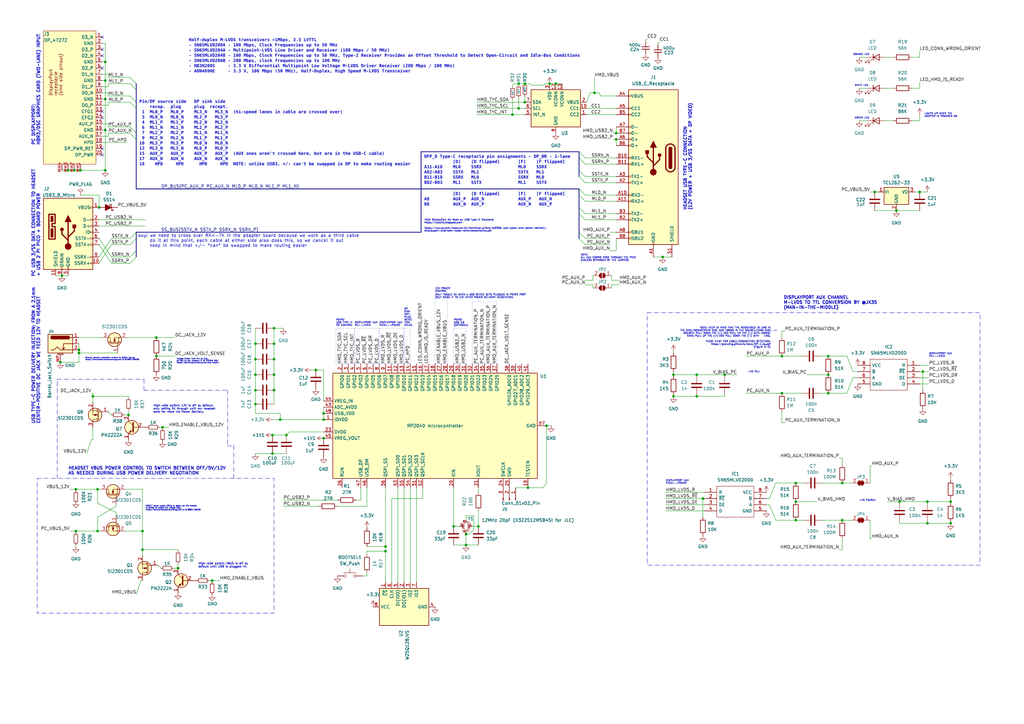
<source format=kicad_sch>
(kicad_sch (version 20230121) (generator eeschema)
  (paper "A3")
  (title_block (title "PS®VR2 to PC adaptor with DP-AUX MitM and power injection") (date "2024-02-01") (company "Swyter"))
  (lib_symbols
    (symbol "Connector:Barrel_Jack_Switch_MountingPin" (pin_names hide)
      (property "Reference" "J" (at 0 5.334 0))
      (property "Value" "Barrel_Jack_Switch_MountingPin" (at 1.27 -6.35 0))
      (symbol "Barrel_Jack_Switch_MountingPin_1_1"
        (text "Mounting" (at 0 -4.191 0) (effects (font (size 0.381 0.381))))
        (pin passive line (at 7.62 2.54 180) (length 2.54) (name "~") (number "1"))
        (pin passive line (at 7.62 -2.54 180) (length 2.54) (name "~") (number "2"))
        (pin passive line (at 7.62 0 180) (length 2.54) (name "~") (number "3"))
        (pin passive line (at 0 -7.62 90) (length 3.048) (name "MountPin") (number "MP"))
      )
    )
    (symbol "Connector:Conn_01x03_Pin" (pin_names (offset 1.016) hide)
      (property "Reference" "J" (at 0 5.08 0))
      (property "Value" "Conn_01x03_Pin" (at 0 -5.08 0))
      (symbol "Conn_01x03_Pin_1_1"
        (pin passive line (at 5.08 2.54 180) (length 3.81) (name "Pin_1") (number "1"))
        (pin passive line (at 5.08 0 180) (length 3.81) (name "Pin_2") (number "2"))
        (pin passive line (at 5.08 -2.54 180) (length 3.81) (name "Pin_3") (number "3"))
      )
    )
    (symbol "Connector:USB3_B_Micro" (pin_names (offset 1.016))
      (property "Reference" "J" (at -10.16 15.24 0))
      (property "Value" "USB3_B_Micro" (at 10.16 15.24 0))
      (symbol "USB3_B_Micro_1_1"
        (pin power_out line (at 12.7 10.16 180) (length 2.54) (name "VBUS") (number "1"))
        (pin input line (at 12.7 -12.7 180) (length 2.54) (name "SSRX+") (number "10"))
        (pin passive line (at -5.08 -17.78 90) (length 2.54) (name "SHIELD") (number "11"))
        (pin bidirectional line (at 12.7 5.08 180) (length 2.54) (name "D-") (number "2"))
        (pin bidirectional line (at 12.7 2.54 180) (length 2.54) (name "D+") (number "3"))
        (pin passive line (at 12.7 0 180) (length 2.54) (name "ID") (number "4"))
        (pin power_out line (at 0 -17.78 90) (length 2.54) (name "GND") (number "5"))
        (pin output line (at 12.7 -2.54 180) (length 2.54) (name "SSTX-") (number "6"))
        (pin output line (at 12.7 -5.08 180) (length 2.54) (name "SSTX+") (number "7"))
        (pin passive line (at -2.54 -17.78 90) (length 2.54) (name "DRAIN") (number "8"))
        (pin input line (at 12.7 -10.16 180) (length 2.54) (name "SSRX-") (number "9"))
      )
    )
    (symbol "Connector:USB_C_Receptacle" (pin_names (offset 1.016))
      (property "Reference" "J" (at -10.16 29.21 0))
      (property "Value" "USB_C_Receptacle" (at 10.16 29.21 0))
      (symbol "USB_C_Receptacle_1_1"
        (pin passive line (at 0 -40.64 90) (length 5.08) (name "GND") (number "A1"))
        (pin bidirectional line (at 15.24 -15.24 180) (length 5.08) (name "RX2-") (number "A10"))
        (pin bidirectional line (at 15.24 -17.78 180) (length 5.08) (name "RX2+") (number "A11"))
        (pin passive line (at 0 -40.64 90) (length 5.08) hide (name "GND") (number "A12"))
        (pin bidirectional line (at 15.24 -10.16 180) (length 5.08) (name "TX1+") (number "A2"))
        (pin bidirectional line (at 15.24 -7.62 180) (length 5.08) (name "TX1-") (number "A3"))
        (pin passive line (at 15.24 25.4 180) (length 5.08) (name "VBUS") (number "A4"))
        (pin bidirectional line (at 15.24 20.32 180) (length 5.08) (name "CC1") (number "A5"))
        (pin bidirectional line (at 15.24 7.62 180) (length 5.08) (name "D+") (number "A6"))
        (pin bidirectional line (at 15.24 12.7 180) (length 5.08) (name "D-") (number "A7"))
        (pin bidirectional line (at 15.24 -30.48 180) (length 5.08) (name "SBU1") (number "A8"))
        (pin passive line (at 15.24 25.4 180) (length 5.08) hide (name "VBUS") (number "A9"))
        (pin passive line (at 0 -40.64 90) (length 5.08) hide (name "GND") (number "B1"))
        (pin bidirectional line (at 15.24 0 180) (length 5.08) (name "RX1-") (number "B10"))
        (pin bidirectional line (at 15.24 -2.54 180) (length 5.08) (name "RX1+") (number "B11"))
        (pin passive line (at 0 -40.64 90) (length 5.08) hide (name "GND") (number "B12"))
        (pin bidirectional line (at 15.24 -25.4 180) (length 5.08) (name "TX2+") (number "B2"))
        (pin bidirectional line (at 15.24 -22.86 180) (length 5.08) (name "TX2-") (number "B3"))
        (pin passive line (at 15.24 25.4 180) (length 5.08) hide (name "VBUS") (number "B4"))
        (pin bidirectional line (at 15.24 17.78 180) (length 5.08) (name "CC2") (number "B5"))
        (pin bidirectional line (at 15.24 5.08 180) (length 5.08) (name "D+") (number "B6"))
        (pin bidirectional line (at 15.24 10.16 180) (length 5.08) (name "D-") (number "B7"))
        (pin bidirectional line (at 15.24 -33.02 180) (length 5.08) (name "SBU2") (number "B8"))
        (pin passive line (at 15.24 25.4 180) (length 5.08) hide (name "VBUS") (number "B9"))
        (pin passive line (at -7.62 -40.64 90) (length 5.08) (name "SHIELD") (number "S1"))
      )
    )
    (symbol "Device:C" (pin_numbers hide) (pin_names (offset 0.254))
      (property "Reference" "C" (at 0.635 2.54 0))
      (property "Value" "C" (at 0.635 -2.54 0))
      (symbol "C_1_1"
        (pin passive line (at 0 3.81 270) (length 2.794) (name "~") (number "1"))
        (pin passive line (at 0 -3.81 90) (length 2.794) (name "~") (number "2"))
      )
    )
    (symbol "Device:C_Small" (pin_numbers hide) (pin_names (offset 0.254) hide)
      (property "Reference" "C" (at 0.254 1.778 0))
      (property "Value" "C_Small" (at 0.254 -2.032 0))
      (symbol "C_Small_1_1"
        (pin passive line (at 0 2.54 270) (length 2.032) (name "~") (number "1"))
        (pin passive line (at 0 -2.54 90) (length 2.032) (name "~") (number "2"))
      )
    )
    (symbol "Device:Crystal_GND24_Small" (pin_names (offset 1.016) hide)
      (property "Reference" "Y" (at 1.27 4.445 0))
      (property "Value" "Crystal_GND24_Small" (at 1.27 2.54 0))
      (symbol "Crystal_GND24_Small_1_1"
        (pin passive line (at -2.54 0 0) (length 1.27) (name "1") (number "1"))
        (pin passive line (at 0 -2.54 90) (length 0.635) (name "2") (number "2"))
        (pin passive line (at 2.54 0 180) (length 1.27) (name "3") (number "3"))
        (pin passive line (at 0 2.54 270) (length 0.635) (name "4") (number "4"))
      )
    )
    (symbol "Device:LED" (pin_numbers hide) (pin_names (offset 1.016) hide)
      (property "Reference" "D" (at 0 2.54 0))
      (property "Value" "LED" (at 0 -2.54 0))
      (symbol "LED_1_1"
        (pin passive line (at -3.81 0 0) (length 2.54) (name "K") (number "1"))
        (pin passive line (at 3.81 0 180) (length 2.54) (name "A") (number "2"))
      )
    )
    (symbol "Device:R" (pin_numbers hide) (pin_names (offset 0))
      (property "Reference" "R" (at 2.032 0 90))
      (property "Value" "R" (at 0 0 90))
      (symbol "R_1_1"
        (pin passive line (at 0 3.81 270) (length 1.27) (name "~") (number "1"))
        (pin passive line (at 0 -3.81 90) (length 1.27) (name "~") (number "2"))
      )
    )
    (symbol "Device:R_Small" (pin_numbers hide) (pin_names (offset 0.254) hide)
      (property "Reference" "R" (at 0.762 0.508 0))
      (property "Value" "R_Small" (at 0.762 -1.016 0))
      (symbol "R_Small_1_1"
        (pin passive line (at 0 2.54 270) (length 0.762) (name "~") (number "1"))
        (pin passive line (at 0 -2.54 90) (length 0.762) (name "~") (number "2"))
      )
    )
    (symbol "Interface_USB:FUSB302B01MPX"
      (property "Reference" "U" (at -10.16 8.89 0))
      (property "Value" "FUSB302B01MPX" (at 3.81 8.89 0))
      (symbol "FUSB302B01MPX_1_1"
        (pin bidirectional line (at 12.7 -2.54 180) (length 2.54) (name "CC2") (number "1"))
        (pin bidirectional line (at 12.7 0 180) (length 2.54) (name "CC1") (number "10"))
        (pin bidirectional line (at 12.7 0 180) (length 2.54) hide (name "CC1") (number "11"))
        (pin power_in line (at 0 10.16 270) (length 2.54) (name "VCONN") (number "12"))
        (pin power_in line (at 2.54 10.16 270) (length 2.54) (name "VCONN") (number "13"))
        (pin bidirectional line (at 12.7 -2.54 180) (length 2.54) hide (name "CC2") (number "14"))
        (pin passive line (at 0 -10.16 90) (length 2.54) hide (name "GND") (number "15"))
        (pin input line (at 12.7 2.54 180) (length 2.54) (name "VBUS") (number "2"))
        (pin power_in line (at -2.54 10.16 270) (length 2.54) (name "VDD") (number "3"))
        (pin passive line (at -2.54 10.16 270) (length 2.54) hide (name "VDD") (number "4"))
        (pin open_collector line (at -12.7 -2.54 0) (length 2.54) (name "INT_N") (number "5"))
        (pin input line (at -12.7 0 0) (length 2.54) (name "SCL") (number "6"))
        (pin bidirectional line (at -12.7 2.54 0) (length 2.54) (name "SDA") (number "7"))
        (pin power_in line (at 0 -10.16 90) (length 2.54) (name "GND") (number "8"))
        (pin passive line (at 0 -10.16 90) (length 2.54) hide (name "GND") (number "9"))
      )
    )
    (symbol "Jumper:SolderJumper_2_Bridged" (pin_names (offset 0) hide)
      (property "Reference" "JP" (at 0 2.032 0))
      (property "Value" "SolderJumper_2_Bridged" (at 0 -2.54 0))
      (symbol "SolderJumper_2_Bridged_1_1"
        (pin passive line (at -3.81 0 0) (length 2.54) (name "A") (number "1"))
        (pin passive line (at 3.81 0 180) (length 2.54) (name "B") (number "2"))
      )
    )
    (symbol "Jumper:SolderJumper_2_Open" (pin_names (offset 0) hide)
      (property "Reference" "JP" (at 0 2.032 0))
      (property "Value" "SolderJumper_2_Open" (at 0 -2.54 0))
      (symbol "SolderJumper_2_Open_1_1"
        (pin passive line (at -3.81 0 0) (length 2.54) (name "A") (number "1"))
        (pin passive line (at 3.81 0 180) (length 2.54) (name "B") (number "2"))
      )
    )
    (symbol "MCU_RaspberryPi:RP2040"
      (property "Reference" "U" (at 17.78 45.72 0))
      (property "Value" "RP2040" (at 17.78 43.18 0))
      (symbol "RP2040_1_1"
        (pin power_in line (at 2.54 45.72 270) (length 3.81) (name "IOVDD") (number "1"))
        (pin passive line (at 2.54 45.72 270) (length 3.81) hide (name "IOVDD") (number "10"))
        (pin bidirectional line (at 25.4 17.78 180) (length 3.81) (name "GPIO8") (number "11"))
        (pin bidirectional line (at 25.4 15.24 180) (length 3.81) (name "GPIO9") (number "12"))
        (pin bidirectional line (at 25.4 12.7 180) (length 3.81) (name "GPIO10") (number "13"))
        (pin bidirectional line (at 25.4 10.16 180) (length 3.81) (name "GPIO11") (number "14"))
        (pin bidirectional line (at 25.4 7.62 180) (length 3.81) (name "GPIO12") (number "15"))
        (pin bidirectional line (at 25.4 5.08 180) (length 3.81) (name "GPIO13") (number "16"))
        (pin bidirectional line (at 25.4 2.54 180) (length 3.81) (name "GPIO14") (number "17"))
        (pin bidirectional line (at 25.4 0 180) (length 3.81) (name "GPIO15") (number "18"))
        (pin input line (at -25.4 -38.1 0) (length 3.81) (name "TESTEN") (number "19"))
        (pin bidirectional line (at 25.4 38.1 180) (length 3.81) (name "GPIO0") (number "2"))
        (pin input line (at -25.4 -7.62 0) (length 3.81) (name "XIN") (number "20"))
        (pin passive line (at -25.4 -17.78 0) (length 3.81) (name "XOUT") (number "21"))
        (pin passive line (at 2.54 45.72 270) (length 3.81) hide (name "IOVDD") (number "22"))
        (pin power_in line (at -2.54 45.72 270) (length 3.81) (name "DVDD") (number "23"))
        (pin input line (at -25.4 -27.94 0) (length 3.81) (name "SWCLK") (number "24"))
        (pin bidirectional line (at -25.4 -30.48 0) (length 3.81) (name "SWD") (number "25"))
        (pin input line (at -25.4 38.1 0) (length 3.81) (name "RUN") (number "26"))
        (pin bidirectional line (at 25.4 -2.54 180) (length 3.81) (name "GPIO16") (number "27"))
        (pin bidirectional line (at 25.4 -5.08 180) (length 3.81) (name "GPIO17") (number "28"))
        (pin bidirectional line (at 25.4 -7.62 180) (length 3.81) (name "GPIO18") (number "29"))
        (pin bidirectional line (at 25.4 35.56 180) (length 3.81) (name "GPIO1") (number "3"))
        (pin bidirectional line (at 25.4 -10.16 180) (length 3.81) (name "GPIO19") (number "30"))
        (pin bidirectional line (at 25.4 -12.7 180) (length 3.81) (name "GPIO20") (number "31"))
        (pin bidirectional line (at 25.4 -15.24 180) (length 3.81) (name "GPIO21") (number "32"))
        (pin passive line (at 2.54 45.72 270) (length 3.81) hide (name "IOVDD") (number "33"))
        (pin bidirectional line (at 25.4 -17.78 180) (length 3.81) (name "GPIO22") (number "34"))
        (pin bidirectional line (at 25.4 -20.32 180) (length 3.81) (name "GPIO23") (number "35"))
        (pin bidirectional line (at 25.4 -22.86 180) (length 3.81) (name "GPIO24") (number "36"))
        (pin bidirectional line (at 25.4 -25.4 180) (length 3.81) (name "GPIO25") (number "37"))
        (pin bidirectional line (at 25.4 -30.48 180) (length 3.81) (name "GPIO26_ADC0") (number "38"))
        (pin bidirectional line (at 25.4 -33.02 180) (length 3.81) (name "GPIO27_ADC1") (number "39"))
        (pin bidirectional line (at 25.4 33.02 180) (length 3.81) (name "GPIO2") (number "4"))
        (pin bidirectional line (at 25.4 -35.56 180) (length 3.81) (name "GPIO28_ADC2") (number "40"))
        (pin bidirectional line (at 25.4 -38.1 180) (length 3.81) (name "GPIO29_ADC3") (number "41"))
        (pin passive line (at 2.54 45.72 270) (length 3.81) hide (name "IOVDD") (number "42"))
        (pin power_in line (at 7.62 45.72 270) (length 3.81) (name "ADC_AVDD") (number "43"))
        (pin power_in line (at 10.16 45.72 270) (length 3.81) (name "VREG_IN") (number "44"))
        (pin power_out line (at -5.08 45.72 270) (length 3.81) (name "VREG_VOUT") (number "45"))
        (pin bidirectional line (at -25.4 27.94 0) (length 3.81) (name "USB_DM") (number "46"))
        (pin bidirectional line (at -25.4 30.48 0) (length 3.81) (name "USB_DP") (number "47"))
        (pin power_in line (at 5.08 45.72 270) (length 3.81) (name "USB_VDD") (number "48"))
        (pin passive line (at 2.54 45.72 270) (length 3.81) hide (name "IOVDD") (number "49"))
        (pin bidirectional line (at 25.4 30.48 180) (length 3.81) (name "GPIO3") (number "5"))
        (pin passive line (at -2.54 45.72 270) (length 3.81) hide (name "DVDD") (number "50"))
        (pin bidirectional line (at -25.4 7.62 0) (length 3.81) (name "QSPI_SD3") (number "51"))
        (pin output line (at -25.4 5.08 0) (length 3.81) (name "QSPI_SCLK") (number "52"))
        (pin bidirectional line (at -25.4 15.24 0) (length 3.81) (name "QSPI_SD0") (number "53"))
        (pin bidirectional line (at -25.4 10.16 0) (length 3.81) (name "QSPI_SD2") (number "54"))
        (pin bidirectional line (at -25.4 12.7 0) (length 3.81) (name "QSPI_SD1") (number "55"))
        (pin bidirectional line (at -25.4 20.32 0) (length 3.81) (name "QSPI_SS") (number "56"))
        (pin power_in line (at 0 -45.72 90) (length 3.81) (name "GND") (number "57"))
        (pin bidirectional line (at 25.4 27.94 180) (length 3.81) (name "GPIO4") (number "6"))
        (pin bidirectional line (at 25.4 25.4 180) (length 3.81) (name "GPIO5") (number "7"))
        (pin bidirectional line (at 25.4 22.86 180) (length 3.81) (name "GPIO6") (number "8"))
        (pin bidirectional line (at 25.4 20.32 180) (length 3.81) (name "GPIO7") (number "9"))
      )
    )
    (symbol "Memory_Flash:W25Q128JVS"
      (property "Reference" "U" (at -8.89 8.89 0))
      (property "Value" "W25Q128JVS" (at 7.62 8.89 0))
      (symbol "W25Q128JVS_1_1"
        (pin input line (at -10.16 7.62 0) (length 2.54) (name "~{CS}") (number "1"))
        (pin bidirectional line (at -10.16 0 0) (length 2.54) (name "DO(IO1)") (number "2"))
        (pin bidirectional line (at -10.16 -2.54 0) (length 2.54) (name "IO2") (number "3"))
        (pin power_in line (at 0 -12.7 90) (length 2.54) (name "GND") (number "4"))
        (pin bidirectional line (at -10.16 2.54 0) (length 2.54) (name "DI(IO0)") (number "5"))
        (pin input line (at -10.16 5.08 0) (length 2.54) (name "CLK") (number "6"))
        (pin bidirectional line (at -10.16 -5.08 0) (length 2.54) (name "IO3") (number "7"))
        (pin power_in line (at 0 12.7 270) (length 2.54) (name "VCC") (number "8"))
      )
    )
    (symbol "PCM_Diode_Schottky_AKL:SS14" (pin_numbers hide) (pin_names (offset 1.016) hide)
      (property "Reference" "D" (at 0 5.08 0))
      (property "Value" "SS14" (at 0 2.54 0))
      (symbol "SS14_1_1"
        (pin passive line (at 3.81 0 180) (length 2.54) (name "K") (number "1"))
        (pin passive line (at -3.81 0 0) (length 2.54) (name "A") (number "2"))
      )
    )
    (symbol "PCM_Transistor_BJT_AKL:PN2222A" (pin_names hide)
      (property "Reference" "Q" (at 5.08 1.27 0))
      (property "Value" "PN2222A" (at 5.08 -1.27 0))
      (symbol "PN2222A_1_1"
        (pin passive line (at 2.54 -5.08 90) (length 2.54) (name "E") (number "1"))
        (pin passive line (at -5.08 0 0) (length 5.715) (name "B") (number "2"))
        (pin passive line (at 2.54 5.08 270) (length 2.54) (name "C") (number "3"))
      )
    )
    (symbol "PCM_Transistor_MOSFET_AKL:Si2301CDS" (pin_names hide)
      (property "Reference" "Q" (at 5.08 1.27 0))
      (property "Value" "Si2301CDS" (at 5.08 -1.27 0))
      (symbol "Si2301CDS_1_1"
        (pin input line (at -3.81 1.27 0) (length 2.54) (name "G") (number "1"))
        (pin passive line (at 2.54 5.08 270) (length 2.54) (name "S") (number "2"))
        (pin passive line (at 2.54 -5.08 90) (length 2.54) (name "D") (number "3"))
      )
    )
    (symbol "Regulator_Linear:TC1262-33" (pin_names (offset 0.254))
      (property "Reference" "U" (at -3.81 3.175 0))
      (property "Value" "TC1262-33" (at 0 3.175 0))
      (symbol "TC1262-33_1_1"
        (pin power_in line (at -7.62 0 0) (length 2.54) (name "VI") (number "1"))
        (pin power_in line (at 0 -7.62 90) (length 2.54) (name "GND") (number "2"))
        (pin power_out line (at 7.62 0 180) (length 2.54) (name "VO") (number "3"))
      )
    )
    (symbol "Samacsys:SN65MLVD200D" (pin_names (offset 0.762))
      (property "Reference" "IC" (at 21.59 7.62 0))
      (property "Value" "SN65MLVD200D" (at 21.59 5.08 0))
      (symbol "SN65MLVD200D_0_0"
        (pin passive line (at 0 0 0) (length 5.08) (name "R") (number "1"))
        (pin passive line (at 0 -2.54 0) (length 5.08) (name "~{RE}") (number "2"))
        (pin passive line (at 0 -5.08 0) (length 5.08) (name "DE") (number "3"))
        (pin passive line (at 0 -7.62 0) (length 5.08) (name "D") (number "4"))
        (pin passive line (at 25.4 -7.62 180) (length 5.08) (name "GND") (number "5"))
        (pin passive line (at 25.4 -5.08 180) (length 5.08) (name "A") (number "6"))
        (pin passive line (at 25.4 -2.54 180) (length 5.08) (name "B") (number "7"))
        (pin passive line (at 25.4 0 180) (length 5.08) (name "VCC") (number "8"))
      )
    )
    (symbol "Switch:SW_Push" (pin_numbers hide) (pin_names (offset 1.016) hide)
      (property "Reference" "SW" (at 1.27 2.54 0))
      (property "Value" "SW_Push" (at 0 -1.524 0))
      (symbol "SW_Push_0_1"
        (pin passive line (at -5.08 0 0) (length 2.54) (name "1") (number "1"))
        (pin passive line (at 5.08 0 180) (length 2.54) (name "2") (number "2"))
      )
    )
    (symbol "_swy:DP_47272-visclib-sink-pins" (pin_names (offset 1.016))
      (property "Reference" "J3" (at -15.24 -1.27 0))
      (property "Value" "DP_47272" (at -11.43 -3.81 0))
      (symbol "DP_47272-visclib-sink-pins_0_0"
        (pin unspecified line (at 7.62 -27.94 180) (length 2.54) (name "GND") (number "11"))
        (pin unspecified line (at 7.62 -33.02 180) (length 2.54) (name "CFG1") (number "13"))
        (pin unspecified line (at 7.62 -35.56 180) (length 2.54) (name "CFG2") (number "14"))
        (pin unspecified line (at 7.62 -38.1 180) (length 2.54) (name "AUX_P") (number "15"))
        (pin unspecified line (at 7.62 -40.64 180) (length 2.54) (name "GND") (number "16"))
        (pin unspecified line (at 7.62 -43.18 180) (length 2.54) (name "AUX_N") (number "17"))
        (pin unspecified line (at 7.62 -45.72 180) (length 2.54) (name "HPD") (number "18"))
        (pin unspecified line (at 7.62 -48.26 180) (length 2.54) (name "DP_PWR_RET") (number "19"))
        (pin unspecified line (at 7.62 -5.08 180) (length 2.54) (name "GND") (number "2"))
        (pin unspecified line (at 7.62 -50.8 180) (length 2.54) (name "DP_PWR") (number "20"))
        (pin unspecified line (at 7.62 -12.7 180) (length 2.54) (name "GND") (number "5"))
        (pin unspecified line (at 7.62 -20.32 180) (length 2.54) (name "GND") (number "8"))
        (pin unspecified line (at -1.27 -57.15 90) (length 2.54) (name "~") (number "MH1"))
        (pin unspecified line (at -3.81 -57.15 90) (length 2.54) (name "~") (number "MH2"))
        (pin unspecified line (at -6.35 -57.15 90) (length 2.54) (name "~") (number "MH3"))
        (pin unspecified line (at -8.89 -57.15 90) (length 2.54) (name "~") (number "MH4"))
      )
      (symbol "DP_47272-visclib-sink-pins_1_0"
        (pin unspecified line (at 7.62 -2.54 180) (length 2.54) (name "D3_N") (number "1"))
        (pin unspecified line (at 7.62 -25.4 180) (length 2.54) (name "D0_N") (number "10"))
        (pin unspecified line (at 7.62 -30.48 180) (length 2.54) (name "D0_P") (number "12"))
        (pin unspecified line (at 7.62 -7.62 180) (length 2.54) (name "D3_P") (number "3"))
        (pin unspecified line (at 7.62 -10.16 180) (length 2.54) (name "D2_N") (number "4"))
        (pin unspecified line (at 7.62 -15.24 180) (length 2.54) (name "D2_P") (number "6"))
        (pin unspecified line (at 7.62 -17.78 180) (length 2.54) (name "D1_N") (number "7"))
        (pin unspecified line (at 7.62 -22.86 180) (length 2.54) (name "D1_P") (number "9"))
      )
      (symbol "DP_47272-visclib-sink-pins_1_1"
        (text "DisplayPort\nreceptacle\n(sink side pinout)" (at -11.43 -26.67 900) (effects (font (size 1.27 1.27) italic) (justify left)))
      )
    )
    (symbol "power:+1V1" (power) (pin_names (offset 0))
      (property "Value" "+1V1" (at 0 3.556 0))
      (symbol "+1V1_1_1"
        (pin power_in line (at 0 0 90) (length 0) hide (name "+1V1") (number "1"))
      )
    )
    (symbol "power:+3.3V" (power) (pin_names (offset 0))
      (property "Value" "+3.3V" (at 0 3.556 0))
      (symbol "+3.3V_1_1"
        (pin power_in line (at 0 0 90) (length 0) hide (name "+3.3V") (number "1"))
      )
    )
    (symbol "power:GND" (power) (pin_names (offset 0))
      (property "Value" "GND" (at 0 -3.81 0))
      (symbol "GND_1_1"
        (pin power_in line (at 0 0 270) (length 0) hide (name "GND") (number "1"))
      )
    )
    (symbol "power:PWR_FLAG" (power) (pin_numbers hide) (pin_names (offset 0) hide)
      (property "Value" "PWR_FLAG" (at 0 3.81 0))
      (symbol "PWR_FLAG_0_0"
        (pin power_out line (at 0 0 90) (length 0) (name "pwr") (number "1"))
      )
    )
  )
  (junction (at 339.725 153.67))
  (junction (at 389.89 205.74))
  (junction (at 132.715 179.705))
  (junction (at 276.225 153.67))
  (junction (at 43.18 25.4))
  (junction (at 43.18 33.02))
  (junction (at 86.995 238.125))
  (junction (at 225.425 34.29))
  (junction (at 358.775 78.74))
  (junction (at 58.42 217.805))
  (junction (at 186.055 215.9))
  (junction (at 215.265 41.91))
  (junction (at 30.48 69.85))
  (junction (at 158.115 224.155))
  (junction (at 380.365 214.63))
  (junction (at 104.775 140.97))
  (junction (at 24.765 148.59))
  (junction (at 252.73 57.15))
  (junction (at 112.395 160.02))
  (junction (at 64.135 138.43))
  (junction (at 27.94 69.85))
  (junction (at 326.39 205.74))
  (junction (at 104.775 153.67))
  (junction (at 227.965 34.29))
  (junction (at 43.18 40.64))
  (junction (at 111.76 178.435))
  (junction (at 285.75 153.67))
  (junction (at 224.155 174.625))
  (junction (at 285.75 162.56))
  (junction (at 64.135 146.05))
  (junction (at 243.84 38.1))
  (junction (at 320.675 161.29))
  (junction (at 368.935 205.74))
  (junction (at 210.185 46.99))
  (junction (at 43.18 69.85))
  (junction (at 339.725 146.05))
  (junction (at 378.46 152.4))
  (junction (at 58.42 225.425))
  (junction (at 297.18 153.67))
  (junction (at 216.535 200.025))
  (junction (at 320.675 146.05))
  (junction (at 367.665 86.36))
  (junction (at 32.385 143.51))
  (junction (at 326.39 213.36))
  (junction (at 132.715 169.545))
  (junction (at 288.29 204.47))
  (junction (at 196.215 215.9))
  (junction (at 112.395 140.97))
  (junction (at 132.715 172.085))
  (junction (at 111.76 186.055))
  (junction (at 31.115 200.66))
  (junction (at 25.4 113.03))
  (junction (at 112.395 147.32))
  (junction (at 114.935 172.085))
  (junction (at 112.395 153.67))
  (junction (at 212.725 44.45))
  (junction (at 191.135 223.52))
  (junction (at 31.115 217.805))
  (junction (at 212.725 34.29))
  (junction (at 112.395 134.62))
  (junction (at 129.54 151.765))
  (junction (at 73.025 233.045))
  (junction (at 66.675 175.26))
  (junction (at 40.005 217.805))
  (junction (at 104.775 160.02))
  (junction (at 339.725 161.29))
  (junction (at 345.44 213.36))
  (junction (at 33.02 69.85))
  (junction (at 40.005 200.66))
  (junction (at 32.385 144.78))
  (junction (at 38.1 162.56))
  (junction (at 380.365 205.74))
  (junction (at 104.775 147.32))
  (junction (at 271.78 105.41))
  (junction (at 158.115 226.06))
  (junction (at 276.225 162.56))
  (junction (at 117.475 178.435))
  (junction (at 389.89 214.63))
  (junction (at 191.135 219.075))
  (junction (at 43.18 53.34))
  (junction (at 326.39 198.12))
  (junction (at 40.64 85.09))
  (junction (at 215.265 34.29))
  (junction (at 345.44 198.12))
  (junction (at 377.19 78.74))
  (junction (at 252.73 54.61))
  (junction (at 104.775 165.735))
  (junction (at 52.705 170.18))
  (no_connect (at 41.91 60.96))
  (no_connect (at 41.91 15.24))
  (no_connect (at 41.91 22.86))
  (no_connect (at 41.91 48.26))
  (no_connect (at 41.91 63.5))
  (no_connect (at 41.91 45.72))
  (no_connect (at 41.91 27.94))
  (no_connect (at 41.91 20.32))
  (bus_entry (at 53.34 54.61) (size 2.54 2.54))
  (bus_entry (at 237.49 62.23) (size 2.54 2.54))
  (bus_entry (at 53.34 39.37) (size 2.54 2.54))
  (bus_entry (at 237.49 87.63) (size 2.54 2.54))
  (bus_entry (at 237.49 64.77) (size 2.54 2.54))
  (bus_entry (at 53.34 100.33) (size 2.54 -2.54))
  (bus_entry (at 237.49 80.01) (size 2.54 2.54))
  (bus_entry (at 53.34 52.07) (size 2.54 2.54))
  (bus_entry (at 53.34 34.29) (size 2.54 2.54))
  (bus_entry (at 237.49 95.25) (size 2.54 2.54))
  (bus_entry (at 53.34 41.91) (size 2.54 2.54))
  (bus_entry (at 53.34 97.79) (size 2.54 -2.54))
  (bus_entry (at 53.34 105.41) (size 2.54 -2.54))
  (bus_entry (at 237.49 85.09) (size 2.54 2.54))
  (bus_entry (at 237.49 72.39) (size 2.54 2.54))
  (bus_entry (at 237.49 77.47) (size 2.54 2.54))
  (bus_entry (at 53.34 107.95) (size 2.54 -2.54))
  (bus_entry (at 53.34 31.75) (size 2.54 2.54))
  (bus_entry (at 237.49 69.85) (size 2.54 2.54))
  (bus_entry (at 237.49 97.79) (size 2.54 2.54))
  (wire (pts (xy 31.115 218.44) (xy 31.115 217.805)))
  (wire (pts (xy 33.02 69.85) (xy 43.18 69.85)))
  (wire (pts (xy 31.115 201.295) (xy 31.115 200.66)))
  (wire (pts (xy 252.73 57.15) (xy 252.73 59.69)))
  (wire (pts (xy 44.45 52.07) (xy 44.45 50.8)))
  (wire (pts (xy 32.385 144.78) (xy 32.385 148.59)))
  (wire (pts (xy 38.1 161.29) (xy 38.1 162.56)))
  (wire (pts (xy 25.4 113.03) (xy 27.94 113.03)))
  (bus (pts (xy 55.88 36.83) (xy 55.88 41.91)))
  (wire (pts (xy 356.87 220.98) (xy 357.505 220.98)))
  (wire (pts (xy 173.355 204.47) (xy 160.655 204.47)))
  (wire (pts (xy 40.005 217.805) (xy 41.275 217.805)))
  (wire (pts (xy 212.725 40.005) (xy 212.725 44.45)))
  (wire (pts (xy 191.135 219.075) (xy 191.135 223.52)))
  (wire (pts (xy 285.75 161.925) (xy 285.75 162.56)))
  (wire (pts (xy 358.775 78.74) (xy 360.045 78.74)))
  (wire (pts (xy 285.75 162.56) (xy 297.18 162.56)))
  (wire (pts (xy 240.03 90.17) (xy 252.73 90.17)))
  (wire (pts (xy 45.72 97.79) (xy 53.34 97.79)))
  (wire (pts (xy 112.395 160.02) (xy 112.395 153.67)))
  (wire (pts (xy 66.04 233.045) (xy 64.77 231.775)))
  (wire (pts (xy 41.91 33.02) (xy 43.18 33.02)))
  (wire (pts (xy 196.215 200.025) (xy 196.215 201.93)))
  (wire (pts (xy 217.17 34.29) (xy 215.265 34.29)))
  (wire (pts (xy 116.205 134.62) (xy 112.395 134.62)))
  (wire (pts (xy 44.45 41.91) (xy 53.34 41.91)))
  (wire (pts (xy 158.115 224.155) (xy 158.115 226.06)))
  (wire (pts (xy 150.495 227.33) (xy 150.495 226.06)))
  (wire (pts (xy 112.395 153.67) (xy 112.395 147.32)))
  (wire (pts (xy 212.725 34.925) (xy 212.725 34.29)))
  (wire (pts (xy 31.115 206.375) (xy 31.115 205.74)))
  (wire (pts (xy 52.705 162.56) (xy 52.705 163.195)))
  (wire (pts (xy 243.84 31.75) (xy 243.84 38.1)))
  (wire (pts (xy 44.45 41.91) (xy 44.45 43.18)))
  (wire (pts (xy 41.91 35.56) (xy 44.45 35.56)))
  (wire (pts (xy 297.18 162.56) (xy 297.18 161.925)))
  (wire (pts (xy 158.115 200.025) (xy 158.115 224.155)))
  (wire (pts (xy 73.025 231.14) (xy 73.025 233.045)))
  (wire (pts (xy 47.625 207.645) (xy 40.005 212.09)))
  (wire (pts (xy 41.91 40.64) (xy 43.18 40.64)))
  (wire (pts (xy 297.18 153.67) (xy 285.75 153.67)))
  (wire (pts (xy 31.115 200.66) (xy 40.005 200.66)))
  (wire (pts (xy 57.785 238.125) (xy 58.42 238.125)))
  (wire (pts (xy 186.055 223.52) (xy 191.135 223.52)))
  (wire (pts (xy 240.665 46.99) (xy 252.73 46.99)))
  (wire (pts (xy 38.1 180.34) (xy 38.1 175.26)))
  (wire (pts (xy 186.055 200.025) (xy 186.055 215.9)))
  (wire (pts (xy 374.015 49.53) (xy 377.19 49.53)))
  (wire (pts (xy 224.155 198.12) (xy 222.885 200.025)))
  (wire (pts (xy 345.44 198.12) (xy 349.25 198.12)))
  (wire (pts (xy 150.495 236.22) (xy 148.59 236.22)))
  (wire (pts (xy 315.595 204.47) (xy 314.325 204.47)))
  (wire (pts (xy 245.745 38.1) (xy 246.38 39.37)))
  (wire (pts (xy 250.19 95.25) (xy 252.73 95.25)))
  (polyline (pts (xy 93.345 160.02) (xy 93.345 182.88)) (stroke (width 0) (type dash_dot)))
  (wire (pts (xy 389.89 204.47) (xy 389.89 205.74)))
  (wire (pts (xy 251.46 57.15) (xy 252.73 57.15)))
  (wire (pts (xy 33.02 80.01) (xy 40.64 80.01)))
  (wire (pts (xy 217.805 34.925) (xy 222.885 34.925)))
  (wire (pts (xy 329.565 198.12) (xy 326.39 198.12)))
  (wire (pts (xy 40.64 92.71) (xy 59.69 92.71)))
  (wire (pts (xy 104.775 134.62) (xy 104.775 140.97)))
  (wire (pts (xy 32.385 138.43) (xy 41.91 138.43)))
  (wire (pts (xy 40.005 200.66) (xy 41.275 200.66)))
  (wire (pts (xy 363.855 205.74) (xy 368.935 205.74)))
  (wire (pts (xy 378.46 152.4) (xy 377.19 152.4)))
  (wire (pts (xy 336.55 146.05) (xy 339.725 146.05)))
  (wire (pts (xy 195.58 44.45) (xy 212.725 44.45)))
  (wire (pts (xy 44.45 54.61) (xy 53.34 54.61)))
  (wire (pts (xy 240.03 80.01) (xy 252.73 80.01)))
  (wire (pts (xy 302.26 153.67) (xy 297.18 153.67)))
  (wire (pts (xy 210.82 34.29) (xy 212.725 34.29)))
  (wire (pts (xy 339.725 161.29) (xy 347.345 161.29)))
  (wire (pts (xy 389.89 214.63) (xy 380.365 214.63)))
  (wire (pts (xy 45.72 105.41) (xy 53.34 105.41)))
  (wire (pts (xy 225.425 34.29) (xy 227.965 34.29)))
  (wire (pts (xy 104.775 169.545) (xy 114.935 169.545)))
  (wire (pts (xy 158.115 226.06) (xy 158.115 238.76)))
  (wire (pts (xy 326.39 198.12) (xy 318.135 198.12)))
  (wire (pts (xy 44.45 50.8) (xy 41.91 50.8)))
  (wire (pts (xy 192.405 219.075) (xy 191.135 219.075)))
  (bus (pts (xy 172.72 62.23) (xy 237.49 62.23)))
  (wire (pts (xy 276.225 152.4) (xy 276.225 153.67)))
  (wire (pts (xy 58.42 225.425) (xy 73.025 225.425)))
  (wire (pts (xy 368.935 206.375) (xy 368.935 205.74)))
  (wire (pts (xy 363.22 36.195) (xy 366.395 36.195)))
  (wire (pts (xy 117.475 178.435) (xy 111.76 178.435)))
  (wire (pts (xy 345.44 198.12) (xy 337.185 198.12)))
  (wire (pts (xy 44.45 39.37) (xy 53.34 39.37)))
  (wire (pts (xy 276.225 162.56) (xy 285.75 162.56)))
  (wire (pts (xy 150.495 200.025) (xy 150.495 207.645)))
  (wire (pts (xy 223.52 34.29) (xy 225.425 34.29)))
  (wire (pts (xy 250.825 116.84) (xy 250.825 118.11)))
  (wire (pts (xy 273.05 207.01) (xy 288.925 207.01)))
  (wire (pts (xy 318.135 198.12) (xy 315.595 204.47)))
  (wire (pts (xy 240.03 72.39) (xy 252.73 72.39)))
  (wire (pts (xy 127.635 151.765) (xy 129.54 151.765)))
  (bus (pts (xy 237.49 87.63) (xy 237.49 85.09)))
  (wire (pts (xy 252.73 52.07) (xy 252.73 54.61)))
  (wire (pts (xy 150.495 207.645) (xy 138.43 207.645)))
  (wire (pts (xy 336.55 161.29) (xy 339.725 161.29)))
  (wire (pts (xy 138.43 205.105) (xy 116.205 205.105)))
  (wire (pts (xy 389.89 196.85) (xy 389.89 196.215)))
  (wire (pts (xy 377.19 78.74) (xy 380.365 78.74)))
  (wire (pts (xy 58.42 217.805) (xy 51.435 217.805)))
  (wire (pts (xy 377.19 46.99) (xy 377.19 49.53)))
  (wire (pts (xy 47.625 207.645) (xy 47.625 207.01)))
  (wire (pts (xy 320.675 146.05) (xy 328.93 146.05)))
  (wire (pts (xy 132.715 151.765) (xy 132.715 164.465)))
  (wire (pts (xy 40.64 90.17) (xy 59.69 90.17)))
  (polyline (pts (xy 23.495 196.215) (xy 23.495 155.575)) (stroke (width 0) (type dash_dot)))
  (wire (pts (xy 173.355 200.025) (xy 173.355 204.47)))
  (wire (pts (xy 320.675 173.355) (xy 321.945 173.355)))
  (wire (pts (xy 381 157.48) (xy 377.19 157.48)))
  (wire (pts (xy 377.19 86.36) (xy 367.665 86.36)))
  (polyline (pts (xy 23.495 155.575) (xy 59.055 155.575)) (stroke (width 0) (type dash_dot)))
  (wire (pts (xy 240.03 97.79) (xy 250.19 97.79)))
  (wire (pts (xy 53.34 100.33) (xy 45.72 100.33)))
  (wire (pts (xy 31.115 224.155) (xy 31.115 223.52)))
  (wire (pts (xy 40.64 100.33) (xy 45.72 107.95)))
  (wire (pts (xy 345.44 190.5) (xy 345.44 187.96)))
  (wire (pts (xy 150.495 226.06) (xy 158.115 226.06)))
  (wire (pts (xy 271.78 105.41) (xy 275.59 105.41)))
  (wire (pts (xy 40.005 200.66) (xy 40.005 206.375)))
  (polyline (pts (xy 59.055 155.575) (xy 59.055 160.02)) (stroke (width 0) (type dash_dot)))
  (wire (pts (xy 273.05 209.55) (xy 288.925 209.55)))
  (wire (pts (xy 285.75 154.305) (xy 285.75 153.67)))
  (wire (pts (xy 43.18 17.78) (xy 43.18 25.4)))
  (wire (pts (xy 33.02 69.85) (xy 30.48 69.85)))
  (wire (pts (xy 194.31 211.455) (xy 194.31 217.17)))
  (wire (pts (xy 64.135 138.43) (xy 71.755 138.43)))
  (wire (pts (xy 276.225 144.78) (xy 276.225 144.145)))
  (wire (pts (xy 226.06 174.625) (xy 224.155 174.625)))
  (wire (pts (xy 44.45 54.61) (xy 44.45 55.88)))
  (wire (pts (xy 41.91 25.4) (xy 43.18 25.4)))
  (wire (pts (xy 250.825 114.935) (xy 250.825 113.03)))
  (wire (pts (xy 215.265 34.29) (xy 212.725 34.29)))
  (bus (pts (xy 237.49 95.25) (xy 237.49 97.79)))
  (wire (pts (xy 330.835 153.67) (xy 339.725 153.67)))
  (wire (pts (xy 378.46 160.02) (xy 378.46 152.4)))
  (wire (pts (xy 52.705 168.275) (xy 52.705 170.18)))
  (bus (pts (xy 55.88 95.25) (xy 55.88 97.79)))
  (wire (pts (xy 73.025 226.06) (xy 73.025 225.425)))
  (wire (pts (xy 356.87 191.135) (xy 356.87 198.12)))
  (wire (pts (xy 240.03 82.55) (xy 252.73 82.55)))
  (wire (pts (xy 358.775 86.36) (xy 367.665 86.36)))
  (wire (pts (xy 35.56 186.055) (xy 37.465 180.34)))
  (wire (pts (xy 44.45 168.91) (xy 45.72 170.18)))
  (wire (pts (xy 194.31 217.17) (xy 192.405 219.075)))
  (wire (pts (xy 363.22 49.53) (xy 366.395 49.53)))
  (wire (pts (xy 355.6 49.53) (xy 352.425 49.53)))
  (wire (pts (xy 345.44 225.425) (xy 345.44 220.98)))
  (wire (pts (xy 114.935 172.085) (xy 132.715 172.085)))
  (wire (pts (xy 276.225 161.925) (xy 276.225 162.56)))
  (wire (pts (xy 195.58 46.99) (xy 210.185 46.99)))
  (wire (pts (xy 150.495 224.155) (xy 158.115 224.155)))
  (wire (pts (xy 288.29 204.47) (xy 288.925 204.47)))
  (wire (pts (xy 251.46 54.61) (xy 252.73 54.61)))
  (wire (pts (xy 44.45 39.37) (xy 44.45 38.1)))
  (bus (pts (xy 55.88 95.25) (xy 172.72 95.25)))
  (bus (pts (xy 237.49 62.23) (xy 237.49 64.77)))
  (bus (pts (xy 55.88 77.47) (xy 237.49 77.47)))
  (wire (pts (xy 389.89 213.995) (xy 389.89 214.63)))
  (bus (pts (xy 55.88 44.45) (xy 55.88 54.61)))
  (wire (pts (xy 211.455 200.025) (xy 216.535 200.025)))
  (wire (pts (xy 374.015 23.495) (xy 377.19 23.495)))
  (wire (pts (xy 374.015 36.195) (xy 377.19 36.195)))
  (wire (pts (xy 224.155 174.625) (xy 224.155 198.12)))
  (wire (pts (xy 112.395 140.97) (xy 112.395 134.62)))
  (wire (pts (xy 147.955 200.025) (xy 147.955 205.105)))
  (wire (pts (xy 297.18 154.305) (xy 297.18 153.67)))
  (wire (pts (xy 50.8 170.18) (xy 52.705 170.18)))
  (wire (pts (xy 210.82 34.29) (xy 210.185 34.925)))
  (wire (pts (xy 114.935 169.545) (xy 114.935 172.085)))
  (wire (pts (xy 51.435 200.66) (xy 58.42 200.66)))
  (wire (pts (xy 132.715 177.165) (xy 118.745 177.165)))
  (wire (pts (xy 240.03 64.77) (xy 252.73 64.77)))
  (wire (pts (xy 32.385 144.78) (xy 48.26 144.78)))
  (wire (pts (xy 315.595 207.01) (xy 314.325 207.01)))
  (wire (pts (xy 246.38 39.37) (xy 252.73 39.37)))
  (wire (pts (xy 356.87 78.74) (xy 358.775 78.74)))
  (wire (pts (xy 118.745 177.165) (xy 117.475 178.435)))
  (wire (pts (xy 339.725 146.05) (xy 347.345 146.05)))
  (wire (pts (xy 222.885 34.925) (xy 223.52 34.29)))
  (wire (pts (xy 86.995 238.125) (xy 85.725 238.125)))
  (wire (pts (xy 380.365 213.995) (xy 380.365 214.63)))
  (wire (pts (xy 254 116.84) (xy 250.825 116.84)))
  (wire (pts (xy 111.76 186.055) (xy 117.475 186.055)))
  (wire (pts (xy 44.45 52.07) (xy 53.34 52.07)))
  (wire (pts (xy 86.995 238.76) (xy 86.995 238.125)))
  (wire (pts (xy 55.88 243.84) (xy 57.785 238.125)))
  (wire (pts (xy 320.675 173.355) (xy 320.675 168.91)))
  (wire (pts (xy 381 149.86) (xy 377.19 149.86)))
  (wire (pts (xy 45.72 107.95) (xy 53.34 107.95)))
  (wire (pts (xy 43.18 53.34) (xy 43.18 69.85)))
  (wire (pts (xy 30.48 69.85) (xy 27.94 69.85)))
  (wire (pts (xy 22.86 113.03) (xy 25.4 113.03)))
  (wire (pts (xy 349.885 154.94) (xy 351.79 154.94)))
  (wire (pts (xy 243.205 114.935) (xy 243.205 113.03)))
  (wire (pts (xy 267.97 105.41) (xy 271.78 105.41)))
  (wire (pts (xy 44.45 31.75) (xy 53.34 31.75)))
  (wire (pts (xy 240.03 114.935) (xy 243.205 114.935)))
  (wire (pts (xy 270.51 17.145) (xy 269.875 17.78)))
  (wire (pts (xy 28.575 217.805) (xy 31.115 217.805)))
  (wire (pts (xy 276.225 153.67) (xy 276.225 154.305)))
  (wire (pts (xy 112.395 165.735) (xy 112.395 160.02)))
  (wire (pts (xy 104.775 165.735) (xy 104.775 169.545)))
  (wire (pts (xy 69.215 175.26) (xy 66.675 175.26)))
  (wire (pts (xy 250.19 102.87) (xy 252.73 102.87)))
  (polyline (pts (xy 95.885 182.88) (xy 95.885 196.215)) (stroke (width 0) (type dash_dot)))
  (wire (pts (xy 186.055 215.9) (xy 188.595 215.9)))
  (bus (pts (xy 237.49 64.77) (xy 237.49 69.85)))
  (wire (pts (xy 215.265 39.37) (xy 215.265 41.91)))
  (wire (pts (xy 355.6 23.495) (xy 352.425 23.495)))
  (wire (pts (xy 40.64 80.01) (xy 40.64 85.09)))
  (wire (pts (xy 381 154.94) (xy 377.19 154.94)))
  (wire (pts (xy 58.42 227.965) (xy 58.42 225.425)))
  (wire (pts (xy 38.1 165.1) (xy 38.1 162.56)))
  (wire (pts (xy 349.885 152.4) (xy 351.79 152.4)))
  (wire (pts (xy 104.775 153.67) (xy 104.775 160.02)))
  (wire (pts (xy 130.81 207.645) (xy 116.205 207.645)))
  (wire (pts (xy 191.135 219.075) (xy 191.135 218.44)))
  (wire (pts (xy 240.03 87.63) (xy 252.73 87.63)))
  (polyline (pts (xy 93.345 182.88) (xy 95.885 182.88)) (stroke (width 0) (type dash_dot)))
  (wire (pts (xy 273.05 204.47) (xy 288.29 204.47)))
  (wire (pts (xy 356.87 220.98) (xy 356.87 213.36)))
  (bus (pts (xy 55.88 57.15) (xy 55.88 77.47)))
  (polyline (pts (xy 59.055 160.02) (xy 93.345 160.02)) (stroke (width 0) (type dash_dot)))
  (wire (pts (xy 44.45 38.1) (xy 41.91 38.1)))
  (wire (pts (xy 265.43 15.875) (xy 264.795 16.51)))
  (wire (pts (xy 191.135 223.52) (xy 196.215 223.52)))
  (wire (pts (xy 377.19 33.655) (xy 377.19 36.195)))
  (wire (pts (xy 31.115 217.805) (xy 40.005 217.805)))
  (wire (pts (xy 132.715 167.005) (xy 132.715 169.545)))
  (wire (pts (xy 170.815 200.025) (xy 170.815 238.76)))
  (wire (pts (xy 347.345 146.05) (xy 349.885 152.4)))
  (wire (pts (xy 64.135 146.05) (xy 71.755 146.05)))
  (wire (pts (xy 71.12 233.045) (xy 73.025 233.045)))
  (wire (pts (xy 306.07 146.05) (xy 320.675 146.05)))
  (wire (pts (xy 43.18 33.02) (xy 43.18 40.64)))
  (wire (pts (xy 58.42 217.805) (xy 58.42 225.425)))
  (wire (pts (xy 90.17 238.125) (xy 86.995 238.125)))
  (bus (pts (xy 237.49 87.63) (xy 237.49 95.25)))
  (wire (pts (xy 318.135 213.36) (xy 315.595 207.01)))
  (wire (pts (xy 147.955 205.105) (xy 146.05 205.105)))
  (wire (pts (xy 38.1 162.56) (xy 52.705 162.56)))
  (wire (pts (xy 217.805 34.925) (xy 217.17 34.29)))
  (wire (pts (xy 355.6 36.195) (xy 352.425 36.195)))
  (wire (pts (xy 389.89 205.74) (xy 389.89 206.375)))
  (wire (pts (xy 380.365 206.375) (xy 380.365 205.74)))
  (wire (pts (xy 44.45 31.75) (xy 44.45 30.48)))
  (wire (pts (xy 40.005 212.09) (xy 40.005 217.805)))
  (wire (pts (xy 32.385 143.51) (xy 32.385 144.78)))
  (wire (pts (xy 41.91 58.42) (xy 52.07 58.42)))
  (bus (pts (xy 172.72 62.23) (xy 172.72 95.25)))
  (wire (pts (xy 345.44 213.36) (xy 349.25 213.36)))
  (wire (pts (xy 65.405 175.26) (xy 66.675 175.26)))
  (wire (pts (xy 288.29 212.09) (xy 288.29 204.47)))
  (bus (pts (xy 55.88 54.61) (xy 55.88 57.15)))
  (wire (pts (xy 368.935 214.63) (xy 368.935 213.995)))
  (wire (pts (xy 41.91 17.78) (xy 43.18 17.78)))
  (wire (pts (xy 47.625 210.185) (xy 47.625 211.455)))
  (wire (pts (xy 168.275 200.025) (xy 168.275 238.76)))
  (wire (pts (xy 43.18 25.4) (xy 43.18 33.02)))
  (wire (pts (xy 345.44 213.36) (xy 337.185 213.36)))
  (wire (pts (xy 163.195 200.025) (xy 163.195 238.76)))
  (bus (pts (xy 55.88 41.91) (xy 55.88 44.45)))
  (wire (pts (xy 40.64 107.95) (xy 45.72 100.33)))
  (wire (pts (xy 243.84 38.1) (xy 245.745 38.1)))
  (wire (pts (xy 241.935 38.1) (xy 240.665 41.91)))
  (wire (pts (xy 380.365 214.63) (xy 368.935 214.63)))
  (wire (pts (xy 104.775 160.02) (xy 104.775 165.735)))
  (wire (pts (xy 41.91 53.34) (xy 43.18 53.34)))
  (wire (pts (xy 37.465 161.29) (xy 38.1 161.29)))
  (wire (pts (xy 212.725 44.45) (xy 215.265 44.45)))
  (wire (pts (xy 104.775 140.97) (xy 104.775 147.32)))
  (wire (pts (xy 104.775 186.055) (xy 111.76 186.055)))
  (wire (pts (xy 52.07 138.43) (xy 64.135 138.43)))
  (bus (pts (xy 55.88 34.29) (xy 55.88 36.83)))
  (wire (pts (xy 191.135 211.455) (xy 194.31 211.455)))
  (wire (pts (xy 363.22 23.495) (xy 366.395 23.495)))
  (wire (pts (xy 240.03 100.33) (xy 250.19 100.33)))
  (wire (pts (xy 28.575 200.66) (xy 31.115 200.66)))
  (wire (pts (xy 264.795 16.51) (xy 264.795 17.145)))
  (wire (pts (xy 381 152.4) (xy 378.46 152.4)))
  (wire (pts (xy 40.64 97.79) (xy 45.72 105.41)))
  (wire (pts (xy 320.675 135.89) (xy 321.945 135.89)))
  (wire (pts (xy 195.58 41.91) (xy 215.265 41.91)))
  (wire (pts (xy 320.675 161.29) (xy 328.93 161.29)))
  (wire (pts (xy 129.54 151.765) (xy 132.715 151.765)))
  (bus (pts (xy 237.49 69.85) (xy 237.49 72.39)))
  (wire (pts (xy 216.535 200.025) (xy 222.885 200.025)))
  (wire (pts (xy 193.675 215.9) (xy 196.215 215.9)))
  (bus (pts (xy 237.49 80.01) (xy 237.49 77.47)))
  (wire (pts (xy 44.45 30.48) (xy 41.91 30.48)))
  (wire (pts (xy 112.395 147.32) (xy 112.395 140.97)))
  (wire (pts (xy 210.185 34.925) (xy 210.185 35.56)))
  (wire (pts (xy 38.1 180.34) (xy 37.465 180.34)))
  (wire (pts (xy 227.965 34.29) (xy 230.505 34.29)))
  (wire (pts (xy 254 114.935) (xy 250.825 114.935)))
  (wire (pts (xy 345.44 187.96) (xy 344.17 187.96)))
  (wire (pts (xy 240.03 116.84) (xy 243.205 116.84)))
  (wire (pts (xy 191.135 213.36) (xy 191.135 211.455)))
  (wire (pts (xy 306.07 161.29) (xy 320.675 161.29)))
  (wire (pts (xy 24.765 148.59) (xy 32.385 148.59)))
  (wire (pts (xy 32.385 140.97) (xy 32.385 143.51)))
  (wire (pts (xy 111.76 172.085) (xy 114.935 172.085)))
  (bus (pts (xy 55.88 102.87) (xy 55.88 105.41)))
  (wire (pts (xy 104.775 147.32) (xy 104.775 153.67)))
  (wire (pts (xy 240.03 67.31) (xy 252.73 67.31)))
  (wire (pts (xy 44.45 34.29) (xy 44.45 35.56)))
  (wire (pts (xy 160.655 204.47) (xy 160.655 238.76)))
  (bus (pts (xy 55.88 97.79) (xy 55.88 102.87)))
  (wire (pts (xy 43.18 40.64) (xy 43.18 53.34)))
  (wire (pts (xy 58.42 217.805) (xy 58.42 200.66)))
  (wire (pts (xy 66.675 175.895) (xy 66.675 175.26)))
  (wire (pts (xy 335.28 205.74) (xy 326.39 205.74)))
  (wire (pts (xy 285.75 153.67) (xy 276.225 153.67)))
  (wire (pts (xy 377.19 20.955) (xy 377.19 23.495)))
  (wire (pts (xy 347.345 161.29) (xy 349.885 154.94)))
  (wire (pts (xy 165.735 200.025) (xy 165.735 238.76)))
  (wire (pts (xy 273.05 201.93) (xy 288.925 201.93)))
  (wire (pts (xy 45.72 97.79) (xy 40.64 105.41)))
  (wire (pts (xy 269.875 17.78) (xy 269.875 18.415)))
  (bus (pts (xy 237.49 85.09) (xy 237.49 80.01)))
  (wire (pts (xy 380.365 205.74) (xy 389.89 205.74)))
  (wire (pts (xy 210.185 40.64) (xy 210.185 46.99)))
  (wire (pts (xy 368.935 205.74) (xy 380.365 205.74)))
  (wire (pts (xy 356.87 191.135) (xy 357.505 191.135)))
  (wire (pts (xy 47.625 210.185) (xy 40.005 206.375)))
  (wire (pts (xy 320.675 138.43) (xy 320.675 135.89)))
  (wire (pts (xy 375.285 78.74) (xy 377.19 78.74)))
  (wire (pts (xy 252.73 97.79) (xy 252.73 102.87)))
  (wire (pts (xy 345.44 225.425) (xy 344.17 225.425)))
  (wire (pts (xy 150.495 236.22) (xy 150.495 234.95)))
  (wire (pts (xy 44.45 34.29) (xy 53.34 34.29)))
  (wire (pts (xy 210.185 46.99) (xy 215.265 46.99)))
  (wire (pts (xy 243.205 116.84) (xy 243.205 118.11)))
  (wire (pts (xy 326.39 213.36) (xy 318.135 213.36)))
  (wire (pts (xy 44.45 55.88) (xy 41.91 55.88)))
  (wire (pts (xy 243.84 38.1) (xy 241.935 38.1)))
  (wire (pts (xy 196.215 209.55) (xy 196.215 215.9)))
  (wire (pts (xy 240.665 44.45) (xy 252.73 44.45)))
  (wire (pts (xy 240.03 74.93) (xy 252.73 74.93)))
  (wire (pts (xy 329.565 213.36) (xy 326.39 213.36)))
  (wire (pts (xy 44.45 43.18) (xy 41.91 43.18)))
  (wire (pts (xy 132.715 169.545) (xy 132.715 172.085)))
  (wire (pts (xy 27.94 69.85) (xy 25.4 69.85)))
  (rectangle (start 193.675 123.825) (end 203.835 149.225) (stroke (width 0) (type dot)))
  (rectangle (start 137.795 134.62) (end 145.415 149.225) (stroke (width 0) (type dot)))
  (rectangle (start 155.575 134.62) (end 165.735 149.225) (stroke (width 0) (type dot)))
  (rectangle (start 15.24 196.215) (end 112.395 251.46) (stroke (width 0) (type dash_dot)))
  (rectangle (start 178.435 122.555) (end 183.515 149.225) (stroke (width 0) (type dot)))
  (rectangle (start 165.735 134.62) (end 168.275 149.225) (stroke (width 0) (type dot)))
  (rectangle (start 265.43 128.27) (end 401.955 231.775) (stroke (width 0) (type dash_dot)))
  (rectangle (start 186.055 134.62) (end 191.135 149.225) (stroke (width 0) (type dot)))
  (rectangle (start 145.415 134.62) (end 155.575 149.225) (stroke (width 0) (type dot)))
  (text "Reverse polarity protection scheme by @Matt Young:\nhttps://electronics.stackexchange.com/a/61699/196330" (at 34.925 147.955 0) (effects (font (size 0.5 0.5)) (justify left bottom)))
  (text "NOTE:\nALL AUX COMMS PASS THROUGH THE PICO\n(UNLESS BYPASSED BY THE JUMPER)" (at 238.125 107.315 0) (effects (font (size 0.7 0.7) bold) (justify left bottom)))
  (text "MOSFET power supply ORing by @jpa; use this instead\nof diodes to reduce the voltage drop.\nhttps://electronics.stackexchange.com/a/549083/196330" (at 59.69 209.55 0) (effects (font (size 0.5 0.5)) (justify left bottom)))
  (text "VESA DisplayPort Alt Mode on USB Type-C Standard:\nhttps://cybuild.blogspot.com\n\nhttps://www.st.com/resource/en/technical_article/ta0356-usb-typec-and-power-delivery-\ndisplayport-alternate-mode-stmicroelectronics.pdf" (at 173.99 95.25 0) (effects (font (size 0.7 0.7) bold) (justify left bottom)))
  (text "DP\nSINK\nHOT-\nPLUG\nDETEC\nTION\nPULSE" (at 165.735 133.985 0) (effects (font (size 0.7 0.7) bold) (justify left bottom)))
  (text "HEADSET USB TYPE-C CONNECTION\n(12V POWER + USB 3/SS DATA + DP VIDEO)" (at 283.845 86.36 90) (effects (font (size 1.27 1.27) (thickness 0.254) bold) (justify left bottom)))
  (text "DISPLAYPORT AUX CHANNEL\nM-LVDS TO TTL CONVERSION BY @JX35\n(MAN-IN-THE-MIDDLE)" (at 321.31 127 0) (effects (font (size 1.27 1.27) bold) (justify left bottom)))
  (text "swy: we need to cross over RX<-TX in the adapter board because we work as a third cable\n     do it at this point, each cable at either side also does this, so we cancel it out\n     keep in mind that +/- *can* be swapped to make routing easier" (at 56.515 101.6 0) (effects (font (size 1.27 1.27)) (justify left bottom)))
  (text "DISPLAYPORT AUX\nPICO<->PSVR2" (at 273.05 198.755 0) (effects (font (size 0.7 0.7) bold) (justify left bottom)))
  (text "HEADSET VBUS POWER CONTROL TO SWITCH BETWEEN OFF/5V/12V\nAS NEEDED DURING USB POWER DELIVERY NEGOTIATION" (at 27.94 194.945 0) (effects (font (size 1.27 1.27) bold) (justify left bottom)))
  (text "GREEN LED" (at 350.52 48.895 0) (effects (font (size 0.7 0.7) bold) (justify left bottom)))
  (text "DISPLAYPORT AUX\nPC<->PICO" (at 145.415 133.985 0) (effects (font (size 0.7 0.7) bold) (justify left bottom)))
  (text "Voltage divider from 24V to 3.3V,\nso that we can measure it via RP2040 ADC:\nhttps://damien.douxchamps.net/elec/resdiv/" (at 72.39 149.225 0) (effects (font (size 0.5 0.5)) (justify left bottom)))
  (text "<TO PC>" (at 306.705 153.035 0) (effects (font (size 0.7 0.7) bold) (justify left bottom)))
  (text "12V POWER\nCONTROL" (at 178.435 120.015 0) (effects (font (size 0.7 0.7) bold) (justify left bottom)))
  (text "<TO PSVR2>" (at 352.425 205.74 0) (effects (font (size 0.7 0.7) bold) (justify left bottom)))
  (text "           [D]    [D flipped]       [F]    [F flipped]\nA8         AUX_P  AUX_N             AUX_P   AUX_N\nB8         AUX_N  AUX_P             AUX_N   AUX_P" (at 173.99 85.09 0) (effects (font (size 1.27 1.27) (thickness 0.254) bold) (justify left bottom)))
  (text "High-side switch; 12V is off by default,\nonly letting 5V through until our headset\nasks for more via Power Delivery." (at 62.865 169.545 0) (effects (font (size 0.8 0.8)) (justify left bottom)))
  (text "DISPLAYPORT AUX\nPC<->PICO" (at 381 146.685 0) (effects (font (size 0.7 0.7) bold) (justify left bottom)))
  (text "ONLY TOGGLE 5V WHEN A USB DEVICE GETS PLUGGED IN PSVR2 PORT\nONLY RAISE IT TO 12V AFTER POWER DELIVERY NEGOTIATION" (at 178.435 122.555 0) (effects (font (size 0.7 0.7) bold) (justify left bottom)))
  (text "ORANGE LED" (at 349.885 22.86 0) (effects (font (size 0.7 0.7) bold) (justify left bottom)))
  (text "DISPLAYPORT AUX\nPICO<->PSVR2" (at 155.575 133.985 0) (effects (font (size 0.7 0.7) bold) (justify left bottom)))
  (text "PSVR2\nUSB 2.0\n(OPTIONAL)" (at 186.055 133.985 0) (effects (font (size 0.7 0.7) bold) (justify left bottom)))
  (text "USB TYPE-C POWER DELIVERY INJECTION; FROM A 2.1mm\nCENTER-POSITIVE DC JACK WE FEED 12V TO HEADSET" (at 16.51 173.99 90) (effects (font (size 1.27 1.27) (thickness 0.254) bold) (justify left bottom)))
  (text "Pin/DP source side   DP sink side\n    recep.  plug     plug  recept.\n 1  ML0_P   ML0_P    ML3_N   ML3_N  (hi-speed lanes in cable are crossed over)\n 3  ML0_N   ML0_N    ML3_P   ML3_P\n 4  ML1_P   ML1_P    ML2_N   ML2_N\n 6  ML1_N   ML1_N    ML2_P   ML2_P\n 7  ML2_P   ML2_P    ML1_N   ML1_N\n 9  ML2_N   ML2_N    ML1_P   ML1_P\n10  ML3_P   ML3_P    ML0_N   ML0_N\n12  ML3_N   ML3_N    ML0_P   ML0_P\n15  AUX_P   AUX_P    AUX_P   AUX_P  (AUX ones aren't crossed here, but are in the USB-C cable)\n17  AUX_N   AUX_N    AUX_N   AUX_N\n18    HPD     HPD      HPD     HPD  NOTE: unlike USB3, +/- can't be swapped in DP to make routing easier" (at 57.15 68.58 0) (effects (font (size 1.27 1.27) (thickness 0.254) bold italic) (justify left bottom)))
  (text "Half-duplex M-LVDS transceivers >1Mbps, 3.3 LVTTL\n- SN65MLVD200A - 100 Mbps, Clock Frequencies up to 50 MHz\n- SN65MLVD204A - Multipoint-LVDS Line Driver and Receiver (100 Mbps / 50 MHz)\n- SN65MLVD204B - 100 Mbps, Clock Frequencies up to 50 MHz, Type-2 Receiver Provides an Offset Threshold to Detect Open-Circuit and Idle-Bus Conditions\n- SN65MLVD206B - 200 Mbps, clock frequencies up to 100 MHz\n- NB3N200S     - 3.3 V Differential Multipoint Low Voltage M-LVDS Driver Receiver (200 Mbps / 100 MHz)\n- ADN4690E     - 3.3 V, 100 Mbps (50 MHz), Half-Duplex, High Speed M-LVDS Transceiver" (at 77.47 30.48 0) (effects (font (size 1.27 1.27) (thickness 0.254) bold italic) (justify left bottom)))
  (text "PC USB 3/SS DATA CONNECTION TO HEADSET\n+ USB 2 PI PICO + BOARD POWER" (at 16.51 113.665 90) (effects (font (size 1.27 1.27) (thickness 0.254) bold) (justify left bottom)))
  (text "NOTE: KEEP IN MIND THAT THE RESISTANCE IS 1MΩ IN     \nTHE SINK/DOWNSTREAM SIDE AND 100MΩ IN THE SOURCE/CARD SIDE. ->\nSOURCE: PULL DOWN THE (+) AND PULL UP THE (-) WITH 100MΩ.     \nSINK: PULL UP THE (+) AND PULL DOWN THE (-) WITH    1MΩ.     \n\nTHESE EXIST FOR CABLE/CONNECTION DETECTION.     \nhttps://glenwing.github.io/docs/DP-1.1a.pdf     \n(Figure 3-2)     " (at 318.77 142.875 0) (effects (font (size 0.7 0.7) bold) (justify right bottom)))
  (text "High-side switch; VBUS is off by\ndefault until USB is plugged-in." (at 81.28 233.045 0) (effects (font (size 0.8 0.8)) (justify left bottom)))
  (text "DFP_D Type-C receptacle pin assignments - DP_BR - 2-lane\n           [D]    [D flipped]       [F]    [F flipped]\nA11-A10    ML0    SSRX              ML0    SSRX\nA02-A03    SSTX   ML1               SSTX   ML1\nB11-B10    SSRX   ML0               SSRX   ML0\nB02-B03    ML1    SSTX              ML1    SSTX" (at 173.99 76.2 0) (effects (font (size 1.27 1.27) (thickness 0.254) bold) (justify left bottom)))
  (text "LIGHTS UP WHEN THE\nADAPTER IS POWERED ON" (at 379.095 48.26 0) (effects (font (size 0.7 0.7) bold) (justify left bottom)))
  (text "PSVR2\nUSB TYPE-C\nPD CONTROL" (at 137.795 133.985 0) (effects (font (size 0.7 0.7) bold) (justify left bottom)))
  (text "PC DISPLAYPORT;\nHBR3/DSC GRAPHICS CARD (TWO-LANE) INPUT" (at 16.51 59.69 90) (effects (font (size 1.27 1.27) (thickness 0.254) bold) (justify left bottom)))
  (text "WHITE LED" (at 350.52 35.56 0) (effects (font (size 0.7 0.7) bold) (justify left bottom)))
  (label "HMD_AUX_P" (at 357.505 191.135 0))
  (label "HMD_AUX_P" (at 250.19 95.25 180))
  (label "DC_JACK_VOLT_SENSE" (at 71.755 146.05 0))
  (label "SSRX_N" (at 242.57 64.77 0))
  (label "PC_AUX_P" (at 306.07 146.05 0))
  (label "PC_AUX_P" (at 240.03 114.935 180))
  (label "DP_BUS{PC_AUX_P PC_AUX_N ML0_P ML0_N ML1_P ML1_N}" (at 66.04 77.47 0))
  (label "LED_CONN_WRONG_ORIENT" (at 377.19 20.955 0))
  (label "PC_LVDS_R" (at 147.955 149.225 90))
  (label "PC_LVDS_DR" (at 153.035 149.225 90))
  (label "HMD_AUX_P" (at 254 114.935 0))
  (label "CC2" (at 246.38 46.99 180))
  (label "HMD_VBUS" (at 243.84 31.75 0))
  (label "PC_AUX_TERMINATION_P" (at 196.215 149.225 90))
  (label "HMD_USB2_N" (at 191.135 149.225 90))
  (label "PC_AUX_N" (at 306.07 161.29 0))
  (label "SSTX_N" (at 45.72 97.79 0))
  (label "HMD_AUX_TERMINATION_P" (at 201.295 149.225 90))
  (label "LED_HMD_IS_READY" (at 377.19 33.655 0))
  (label "V_BIAS_HMD" (at 335.28 205.74 0))
  (label "HMD_USB2_P" (at 188.595 149.225 90))
  (label "V_BIAS_PC" (at 330.835 153.67 180))
  (label "PC_AUX_N" (at 240.03 116.84 180))
  (label "CC2" (at 265.43 15.875 0))
  (label "ML0_P" (at 242.57 82.55 0))
  (label "HMD_AUX_TERMINATION_N" (at 344.17 225.425 180))
  (label "PC_AUX_P" (at 240.665 97.79 0))
  (label "SSTX_P" (at 242.57 74.93 0))
  (label "HMD_LVDS_~{RE}" (at 160.655 149.225 90))
  (label "PC_LVDS_~{RE}" (at 150.495 149.225 90))
  (label "V_BIAS_PC" (at 302.26 153.67 180))
  (label "PC_VBUS_5V" (at 48.26 85.09 0))
  (label "HMD_LVDS_DE" (at 273.05 207.01 0))
  (label "HMD_ENABLE_VBUS" (at 90.17 238.125 0))
  (label "PC_HPD" (at 168.275 149.225 90))
  (label "PC_USB2_N" (at 43.18 90.17 0))
  (label "PC_USB2_P" (at 43.18 92.71 0))
  (label "HMD_ENABLE_VBUS_12V" (at 69.215 175.26 0))
  (label "LED_CONN_WRONG_ORIENT" (at 173.355 149.225 90))
  (label "PC_LVDS_DR" (at 381 154.94 0))
  (label "PC_AUX_N" (at 240.665 100.33 0))
  (label "CC1" (at 246.38 44.45 180))
  (label "HMD_TYC_SDA" (at 195.58 41.91 0))
  (label "HMD_TYC_INT" (at 145.415 149.225 90))
  (label "DC_JACK_12V" (at 71.755 138.43 0))
  (label "ML0_N" (at 44.45 39.37 0))
  (label "HMD_LVDS_D" (at 165.735 149.225 90))
  (label "PC_LVDS_R" (at 381 149.86 0))
  (label "ML1_N" (at 44.45 31.75 0))
  (label "ML0_P" (at 44.45 41.91 0))
  (label "SSRX_N" (at 45.72 105.41 0))
  (label "PC_LVDS_D" (at 381 157.48 0))
  (label "SS_BUS{SSTX_N SSTX_P SSRX_N SSRX_P}" (at 66.04 95.25 0))
  (label "PC_USB2_N" (at 116.205 207.645 0))
  (label "HMD_LVDS_D" (at 273.05 209.55 0))
  (label "PC_AUX_N" (at 44.45 54.61 0))
  (label "V_BIAS_HMD" (at 363.855 205.74 0))
  (label "HMD_AUX_TERMINATION_P" (at 344.17 187.96 180))
  (label "PC_AUX_TERMINATION_P" (at 321.945 135.89 0))
  (label "PC_LVDS_~{RE}" (at 381 152.4 0))
  (label "ML1_N" (at 242.57 87.63 0))
  (label "SSRX_P" (at 45.72 107.95 0))
  (label "HMD_LVDS_~{RE}" (at 273.05 204.47 0))
  (label "HMD_AUX_TERMINATION_N" (at 203.835 149.225 90))
  (label "LED_HMD_IS_READY" (at 175.895 149.225 90))
  (label "PC_USB2_P" (at 116.205 205.105 0))
  (label "HMD_TYC_SCL" (at 142.875 149.225 90))
  (label "DC_JACK_12V" (at 37.465 161.29 180))
  (label "HMD_AUX_N" (at 254 116.84 0))
  (label "PC_VBUS_5V" (at 28.575 217.805 180))
  (label "HMD_LVDS_DE" (at 163.195 149.225 90))
  (label "SSRX_P" (at 242.57 67.31 0))
  (label "SSTX_P" (at 45.72 100.33 0))
  (label "PC_LVDS_D" (at 155.575 149.225 90))
  (label "PC_HPD" (at 52.07 58.42 180))
  (label "HMD_LVDS_R" (at 273.05 201.93 0))
  (label "PC_VBUS_5V" (at 356.87 78.74 180))
  (label "HMD_LVDS_R" (at 158.115 149.225 90))
  (label "HMD_TYC_SCL" (at 195.58 44.45 0))
  (label "CC1" (at 270.51 17.145 0))
  (label "PC_AUX_P" (at 44.45 52.07 0))
  (label "PC_AUX_TERMINATION_N" (at 321.945 173.355 0))
  (label "VBUS_12V" (at 35.56 186.055 180))
  (label "HMD_ENABLE_VBUS" (at 183.515 149.225 90))
  (label "HMD_AUX_N" (at 357.505 220.98 0))
  (label "ML1_P" (at 44.45 34.29 0))
  (label "SSTX_N" (at 242.57 72.39 0))
  (label "VBUS_12V" (at 28.575 200.66 180))
  (label "PC_AUX_TERMINATION_N" (at 198.755 149.225 90))
  (label "HMD_VBUS" (at 55.88 243.84 180))
  (label "DC_JACK_VOLT_SENSE" (at 208.915 149.225 90))
  (label "HMD_TYC_INT" (at 195.58 46.99 0))
  (label "HMD_USB2_P" (at 251.46 57.15 180))
  (label "HMD_ENABLE_VBUS_12V" (at 180.975 149.225 90))
  (label "ML0_N" (at 242.57 80.01 0))
  (label "HMD_USB2_N" (at 251.46 54.61 180))
  (label "HMD_TYC_SDA" (at 140.335 149.225 90))
  (label "HMD_AUX_N" (at 250.19 102.87 180))
  (label "ML1_P" (at 242.57 90.17 0))
  (symbol (lib_id "power:GND") (at 132.715 187.325 0) (unit 1)
    (property "Reference" "#PWR032" (effects hide))
    (property "Value" "GND" (at 132.715 192.405 0))
  )
  (symbol (lib_id "power:GND") (at 52.705 180.34 0) (unit 1)
    (property "Reference" "#PWR08" (effects hide))
    (property "Value" "GND" (at 52.705 185.42 0))
  )
  (symbol (lib_id "Device:R_Small") (at 83.185 238.125 90) (mirror x) (unit 1)
    (property "Reference" "R33" (at 83.185 240.665 90))
    (property "Value" "1K" (at 83.185 236.22 90))
    (property "Footprint" "Resistor_SMD:R_0805_2012Metric" (effects hide))
  )
  (symbol (lib_id "Device:R") (at 389.89 210.185 0) (unit 1)
    (property "Reference" "R6" (at 391.795 208.915 0) (effects (justify left)))
    (property "Value" "1K5" (at 391.795 211.455 0) (effects (justify left)))
    (property "Footprint" "Resistor_SMD:R_0805_2012Metric" (effects hide))
  )
  (symbol (lib_id "Connector:Barrel_Jack_Switch_MountingPin") (at 24.765 140.97 0) (unit 1)
    (property "Reference" "J4" (at 20.955 135.89 0))
    (property "Value" "Barrel_Jack_Switch" (at 20.32 154.305 90))
    (property "Footprint" "Connector_BarrelJack:BarrelJack_Horizontal" (effects hide))
  )
  (symbol (lib_id "PCM_Transistor_MOSFET_AKL:Si2301CDS") (at 46.355 203.2 270) (mirror x) (unit 1)
    (property "Reference" "Q4" (at 52.705 202.565 90))
    (property "Value" "Si2301CDS" (at 52.705 205.105 90))
    (property "Footprint" "Package_TO_SOT_SMD:SOT-23" (effects hide))
    (property "Datasheet" "https://www.tme.eu/Document/519498819e90b407235adccdceba4014/SI2301CDS-T1-GE3.pdf" (effects hide))
  )
  (symbol (lib_id "power:+3.3V") (at 276.225 144.145 0) (unit 1)
    (property "Reference" "#PWR017" (effects hide))
    (property "Value" "+3.3V" (at 276.225 139.065 0))
  )
  (symbol (lib_id "Device:C") (at 129.54 155.575 0) (mirror y) (unit 1)
    (property "Reference" "C12" (at 122.555 154.94 0) (effects (justify right)))
    (property "Value" "1uF" (at 122.555 157.48 0) (effects (justify right)))
    (property "Footprint" "Capacitor_SMD:C_0805_2012Metric" (effects hide))
  )
  (symbol (lib_id "Device:R_Small") (at 31.115 220.98 0) (mirror x) (unit 1)
    (property "Reference" "R26" (at 36.83 220.98 90))
    (property "Value" "100K" (at 34.29 220.98 90))
    (property "Footprint" "Resistor_SMD:R_0805_2012Metric" (effects hide))
  )
  (symbol (lib_id "Device:R_Small") (at 52.705 165.735 0) (mirror x) (unit 1)
    (property "Reference" "R37" (at 58.42 165.735 90))
    (property "Value" "10K" (at 55.88 165.735 90))
    (property "Footprint" "Resistor_SMD:R_0805_2012Metric" (effects hide))
  )
  (symbol (lib_id "Device:C") (at 332.74 146.05 270) (unit 1)
    (property "Reference" "C6" (at 332.74 139.065 90))
    (property "Value" "100n" (at 332.74 141.605 90))
    (property "Footprint" "Capacitor_SMD:C_0805_2012Metric" (effects hide))
  )
  (symbol (lib_id "Device:C_Small") (at 269.875 20.955 0) (unit 1)
    (property "Reference" "C23" (at 274.32 21.59 0))
    (property "Value" "400u" (at 274.32 19.685 0))
    (property "Footprint" "Capacitor_SMD:C_0805_2012Metric" (effects hide))
  )
  (symbol (lib_id "power:+1V1") (at 111.76 178.435 90) (unit 1)
    (property "Reference" "#PWR034" (effects hide))
    (property "Value" "+1V1" (at 108.585 178.435 90) (effects (justify left)))
  )
  (symbol (lib_id "Device:C") (at 108.585 134.62 270) (mirror x) (unit 1)
    (property "Reference" "C18" (at 102.235 132.715 0) (effects (justify right)))
    (property "Value" "100uF" (at 99.695 131.445 0) (effects (justify right)))
    (property "Footprint" "Capacitor_SMD:C_0805_2012Metric" (effects hide))
  )
  (symbol (lib_id "Device:C") (at 358.775 82.55 0) (mirror y) (unit 1)
    (property "Reference" "C22" (at 354.965 81.915 0) (effects (justify left)))
    (property "Value" "1uF" (at 354.965 83.82 0) (effects (justify left)))
    (property "Footprint" "Capacitor_SMD:C_0805_2012Metric" (effects hide))
  )
  (symbol (lib_id "Device:C") (at 108.585 160.02 270) (mirror x) (unit 1)
    (property "Reference" "C14" (at 102.235 158.115 0) (effects (justify right)))
    (property "Value" "1uF" (at 99.695 158.115 0) (effects (justify right)))
    (property "Footprint" "Capacitor_SMD:C_0805_2012Metric" (effects hide))
  )
  (symbol (lib_id "Switch:SW_Push") (at 143.51 236.22 0) (unit 1)
    (property "Reference" "BOOTSEL1" (at 143.51 228.6 0))
    (property "Value" "SW_Push" (at 143.51 231.14 0))
    (property "Footprint" "Button_Switch_SMD:SW_Tactile_SPST_NO_Straight_CK_PTS636Sx25SMTRLFS" (effects hide))
  )
  (symbol (lib_id "Device:R") (at 370.205 36.195 90) (mirror x) (unit 1)
    (property "Reference" "R20" (at 370.205 29.845 90))
    (property "Value" "56K" (at 370.205 32.385 90))
    (property "Footprint" "Resistor_SMD:R_0805_2012Metric" (effects hide))
  )
  (symbol (lib_id "Device:R") (at 196.215 205.74 180) (unit 1)
    (property "Reference" "R22" (at 190.5 205.74 90))
    (property "Value" "100" (at 193.04 205.74 90))
    (property "Footprint" "Resistor_SMD:R_0805_2012Metric" (effects hide))
  )
  (symbol (lib_id "power:GND") (at 31.115 224.155 0) (unit 1)
    (property "Reference" "#PWR041" (effects hide))
    (property "Value" "GND" (at 31.115 229.235 0))
  )
  (symbol (lib_id "Device:R") (at 389.89 200.66 0) (unit 1)
    (property "Reference" "R5" (at 391.795 199.39 0) (effects (justify left)))
    (property "Value" "3K3" (at 391.795 201.93 0) (effects (justify left)))
    (property "Footprint" "Resistor_SMD:R_0805_2012Metric" (effects hide))
  )
  (symbol (lib_id "Jumper:SolderJumper_2_Open") (at 247.015 118.11 180) (unit 1)
    (property "Reference" "JP2" (at 247.015 115.57 0))
    (property "Value" "SolderJumper_2_Open" (effects hide))
    (property "Footprint" "Jumper:SolderJumper-2_P1.3mm_Open_Pad1.0x1.5mm" (effects hide))
  )
  (symbol (lib_id "power:+3.3V") (at 127.635 151.765 90) (mirror x) (unit 1)
    (property "Reference" "#PWR035" (effects hide))
    (property "Value" "+3.3V" (at 124.46 151.765 90) (effects (justify left)))
  )
  (symbol (lib_id "power:GND") (at 269.875 23.495 0) (unit 1)
    (property "Reference" "#PWR045" (effects hide))
    (property "Value" "GND" (at 269.875 27.94 0))
  )
  (symbol (lib_id "Device:C") (at 108.585 140.97 270) (mirror x) (unit 1)
    (property "Reference" "C17" (at 102.235 139.065 0) (effects (justify right)))
    (property "Value" "100uF" (at 99.695 137.795 0) (effects (justify right)))
    (property "Footprint" "Capacitor_SMD:C_0805_2012Metric" (effects hide))
  )
  (symbol (lib_id "Interface_USB:FUSB302B01MPX") (at 227.965 44.45 0) (unit 1)
    (property "Reference" "U3" (at 230.1591 54.61 0) (effects (justify left)))
    (property "Value" "FUSB302B01MPX" (effects hide))
    (property "Footprint" "Package_DFN_QFN:WQFN-14-1EP_2.5x2.5mm_P0.5mm_EP1.45x1.45mm" (effects hide))
    (property "Datasheet" "http://www.onsemi.com/pub/Collateral/FUSB302B-D.PDF" (effects hide))
  )
  (symbol (lib_id "Device:R_Small") (at 68.58 233.045 90) (mirror x) (unit 1)
    (property "Reference" "R35" (at 68.58 235.585 90))
    (property "Value" "1K" (at 68.58 231.14 90))
    (property "Footprint" "Resistor_SMD:R_0805_2012Metric" (effects hide))
  )
  (symbol (lib_id "power:GND") (at 31.115 205.74 0) (unit 1)
    (property "Reference" "#PWR040" (effects hide))
    (property "Value" "GND" (at 31.115 210.82 0))
  )
  (symbol (lib_id "Device:R") (at 326.39 209.55 0) (mirror y) (unit 1)
    (property "Reference" "R16" (at 323.85 208.28 0) (effects (justify left)))
    (property "Value" "51K" (at 323.85 210.82 0) (effects (justify left)))
    (property "Footprint" "Resistor_SMD:R_0805_2012Metric" (effects hide))
  )
  (symbol (lib_id "Connector:USB_C_Receptacle") (at 267.97 64.77 0) (mirror y) (unit 1)
    (property "Reference" "J1" (at 267.97 31.75 0))
    (property "Value" "USB_C_Receptacle" (at 267.97 34.29 0))
    (property "Footprint" "Snapeda:1054550101_MOLEX_1054550101" (effects hide))
    (property "Datasheet" "https://www.usb.org/sites/default/files/documents/usb_type-c.zip" (effects hide))
  )
  (symbol (lib_id "power:GND") (at 138.43 236.22 0) (unit 1)
    (property "Reference" "#PWR023" (effects hide))
    (property "Value" "GND" (at 138.43 241.3 0))
  )
  (symbol (lib_id "power:GND") (at 86.995 243.84 0) (unit 1)
    (property "Reference" "#PWR043" (effects hide))
    (property "Value" "GND" (at 85.09 247.65 0) (effects (justify left)))
  )
  (symbol (lib_id "Samacsys:SN65MLVD200D") (at 377.19 149.86 0) (mirror y) (unit 1)
    (property "Reference" "IC2" (at 364.49 142.24 0))
    (property "Value" "SN65MLVD200D" (at 364.49 144.78 0))
    (property "Footprint" "Samacsys:SOIC127P600X175-8N" (effects hide))
    (property "Datasheet" "http://www.ti.com/lit/gpn/SN65MLVD200" (effects hide))
    (property "Description" "Half-Duplex M-LVDS Transceiver" (effects hide))
    (property "Height" "1.75" (effects hide))
    (property "Manufacturer_Name" "Texas Instruments" (effects hide))
    (property "Manufacturer_Part_Number" "SN65MLVD200D" (effects hide))
    (property "Mouser Part Number" "595-SN65MLVD200D" (effects hide))
    (property "Mouser Price/Stock" "https://www.mouser.co.uk/ProductDetail/Texas-Instruments/SN65MLVD200D?qs=LzFo6vGRJ4tnpPd%252BzOKsuQ%3D%3D" (effects hide))
    (property "Arrow Part Number" "SN65MLVD200D" (effects hide))
    (property "Arrow Price/Stock" "https://www.arrow.com/en/products/sn65mlvd200d/texas-instruments" (effects hide))
  )
  (symbol (lib_id "power:GND") (at 116.205 134.62 0) (unit 1)
    (property "Reference" "#PWR038" (effects hide))
    (property "Value" "GND" (at 116.205 139.7 0))
  )
  (symbol (lib_id "power:GND") (at 104.775 186.055 0) (unit 1)
    (property "Reference" "#PWR033" (effects hide))
    (property "Value" "GND" (at 104.775 191.135 0))
  )
  (symbol (lib_id "Jumper:SolderJumper_2_Open") (at 247.015 113.03 180) (unit 1)
    (property "Reference" "JP1" (at 247.015 110.49 0))
    (property "Value" "SolderJumper_2_Open" (effects hide))
    (property "Footprint" "Jumper:SolderJumper-2_P1.3mm_Open_Pad1.0x1.5mm" (effects hide))
  )
  (symbol (lib_id "Device:C") (at 333.375 213.36 90) (unit 1)
    (property "Reference" "C8" (at 333.375 220.345 90))
    (property "Value" "100n" (at 333.375 217.805 90))
    (property "Footprint" "Capacitor_SMD:C_0805_2012Metric" (effects hide))
  )
  (symbol (lib_id "power:GND") (at 351.79 157.48 0) (mirror y) (unit 1)
    (property "Reference" "#PWR010" (effects hide))
    (property "Value" "GND" (at 351.79 162.56 0))
  )
  (symbol (lib_id "power:GND") (at 352.425 23.495 0) (unit 1)
    (property "Reference" "#PWR025" (effects hide))
    (property "Value" "GND" (at 352.425 28.575 0))
  )
  (symbol (lib_id "PCM_Transistor_MOSFET_AKL:Si2301CDS") (at 60.96 233.045 0) (mirror y) (unit 1)
    (property "Reference" "Q1" (at 54.61 231.775 0) (effects (justify left)))
    (property "Value" "Si2301CDS" (at 54.61 234.315 0) (effects (justify left)))
    (property "Footprint" "Package_TO_SOT_SMD:SOT-23" (effects hide))
    (property "Datasheet" "https://www.tme.eu/Document/519498819e90b407235adccdceba4014/SI2301CDS-T1-GE3.pdf" (effects hide))
  )
  (symbol (lib_id "Jumper:SolderJumper_2_Bridged") (at 353.06 213.36 180) (unit 1)
    (property "Reference" "JP4" (at 353.06 210.82 0))
    (property "Value" "SolderJumper_2_Open" (effects hide))
    (property "Footprint" "Jumper:SolderJumper-2_P1.3mm_Bridged_Pad1.0x1.5mm" (effects hide))
  )
  (symbol (lib_id "power:GND") (at 276.225 162.56 0) (unit 1)
    (property "Reference" "#PWR018" (effects hide))
    (property "Value" "GND" (at 276.225 167.64 0))
  )
  (symbol (lib_id "Device:Crystal_GND24_Small") (at 191.135 215.9 180) (unit 1)
    (property "Reference" "Y1" (at 193.04 212.725 0))
    (property "Value" "12MHz 20pF (X322512MSB4SI for JLC)" (at 216.535 213.36 0))
    (property "Footprint" "Crystal:Crystal_SMD_Abracon_ABM10-4Pin_2.5x2.0mm" (effects hide))
  )
  (symbol (lib_id "Device:C") (at 285.75 158.115 0) (mirror y) (unit 1)
    (property "Reference" "C2" (at 281.94 156.845 0) (effects (justify left)))
    (property "Value" "1n" (at 281.94 159.385 0) (effects (justify left)))
    (property "Footprint" "Capacitor_SMD:C_0805_2012Metric" (effects hide))
  )
  (symbol (lib_id "Device:R") (at 134.62 207.645 90) (unit 1)
    (property "Reference" "R2" (at 134.62 201.93 90))
    (property "Value" "27R" (at 134.62 204.47 90))
    (property "Footprint" "Resistor_SMD:R_0805_2012Metric" (effects hide))
  )
  (symbol (lib_id "power:GND") (at 73.025 243.205 0) (unit 1)
    (property "Reference" "#PWR013" (effects hide))
    (property "Value" "GND" (at 73.025 248.285 0))
  )
  (symbol (lib_id "power:+3.3V") (at 389.89 196.215 0) (mirror y) (unit 1)
    (property "Reference" "#PWR019" (effects hide))
    (property "Value" "+3.3V" (at 389.89 191.135 0))
  )
  (symbol (lib_id "PCM_Transistor_MOSFET_AKL:Si2301CDS") (at 46.99 140.97 270) (mirror x) (unit 1)
    (property "Reference" "Q3" (effects hide))
    (property "Value" "Si2301CDS" (at 46.99 133.985 90))
    (property "Footprint" "Package_TO_SOT_SMD:SOT-23" (effects hide))
    (property "Datasheet" "https://www.tme.eu/Document/519498819e90b407235adccdceba4014/SI2301CDS-T1-GE3.pdf" (effects hide))
  )
  (symbol (lib_id "power:+1V1") (at 132.715 179.705 90) (unit 1)
    (property "Reference" "#PWR031" (effects hide))
    (property "Value" "+1V1" (at 129.54 179.705 90) (effects (justify left)))
  )
  (symbol (lib_id "Device:C") (at 111.76 182.245 0) (mirror y) (unit 1)
    (property "Reference" "C10" (at 113.665 187.96 0) (effects (justify left)))
    (property "Value" "100uF" (at 113.665 189.865 0) (effects (justify left)))
    (property "Footprint" "Capacitor_SMD:C_0805_2012Metric" (effects hide))
  )
  (symbol (lib_id "Device:C") (at 380.365 210.185 0) (unit 1)
    (property "Reference" "C4" (at 384.175 208.915 0) (effects (justify left)))
    (property "Value" "1n" (at 384.175 211.455 0) (effects (justify left)))
    (property "Footprint" "Capacitor_SMD:C_0805_2012Metric" (effects hide))
  )
  (symbol (lib_id "PCM_Transistor_BJT_AKL:PN2222A") (at 55.245 175.26 0) (mirror y) (unit 1)
    (property "Reference" "Q7" (at 50.165 175.895 0) (effects (justify left)))
    (property "Value" "PN2222A" (at 50.165 178.435 0) (effects (justify left)))
    (property "Footprint" "Package_TO_SOT_SMD:SOT-23" (effects hide))
    (property "Datasheet" "https://www.tme.eu/Document/6fc4d4bda1f7e53502c9939019a00d3f/PN2222ABU.pdf" (effects hide))
  )
  (symbol (lib_id "Device:R") (at 288.29 215.9 0) (unit 1)
    (property "Reference" "R8" (at 290.195 214.63 0) (effects (justify left)))
    (property "Value" "10K" (at 290.195 217.17 0) (effects (justify left)))
    (property "Footprint" "Resistor_SMD:R_0805_2012Metric" (effects hide))
  )
  (symbol (lib_id "Device:R") (at 142.24 205.105 90) (unit 1)
    (property "Reference" "R1" (at 142.24 199.39 90))
    (property "Value" "27R" (at 142.24 201.93 90))
    (property "Footprint" "Resistor_SMD:R_0805_2012Metric" (effects hide))
  )
  (symbol (lib_id "Device:C") (at 108.585 153.67 270) (mirror x) (unit 1)
    (property "Reference" "C15" (at 102.235 151.765 0) (effects (justify right)))
    (property "Value" "100uF" (at 99.695 150.495 0) (effects (justify right)))
    (property "Footprint" "Capacitor_SMD:C_0805_2012Metric" (effects hide))
  )
  (symbol (lib_id "power:GND") (at 264.795 22.225 0) (unit 1)
    (property "Reference" "#PWR044" (effects hide))
    (property "Value" "GND" (at 264.795 26.67 0))
  )
  (symbol (lib_id "power:+3.3V") (at 150.495 216.535 0) (unit 1)
    (property "Reference" "#PWR024" (effects hide))
    (property "Value" "+3.3V" (at 150.495 211.455 0))
  )
  (symbol (lib_id "Connector:Conn_01x03_Pin") (at 208.915 205.105 270) (mirror x) (unit 1)
    (property "Reference" "J5" (at 205.74 208.915 90) (effects (justify left)))
    (property "Value" "Conn_01x02_Pin" (at 205.74 206.375 90) (effects (justify left)))
    (property "Footprint" "Connector_PinHeader_1.00mm:PinHeader_1x03_P1.00mm_Vertical" (effects hide))
  )
  (symbol (lib_id "Device:R_Small") (at 86.995 241.3 0) (mirror x) (unit 1)
    (property "Reference" "R28" (at 92.71 241.3 90))
    (property "Value" "10K" (at 90.17 241.3 90))
    (property "Footprint" "Resistor_SMD:R_0805_2012Metric" (effects hide))
  )
  (symbol (lib_id "power:GND") (at 288.29 219.71 0) (mirror y) (unit 1)
    (property "Reference" "#PWR022" (effects hide))
    (property "Value" "GND" (at 288.29 224.155 0))
  )
  (symbol (lib_id "power:GND") (at 64.135 153.67 0) (unit 1)
    (property "Reference" "#PWR07" (effects hide))
    (property "Value" "GND" (at 66.04 154.94 0) (effects (justify left)))
  )
  (symbol (lib_id "Device:R_Small") (at 212.725 37.465 0) (mirror x) (unit 1)
    (property "Reference" "R31" (at 212.725 31.75 90))
    (property "Value" "4K7" (at 212.725 37.465 90) (effects (font (size 0.7 0.7))))
    (property "Footprint" "Resistor_SMD:R_0805_2012Metric" (effects hide))
  )
  (symbol (lib_id "Device:R") (at 326.39 201.93 0) (mirror y) (unit 1)
    (property "Reference" "R15" (at 323.85 200.66 0) (effects (justify left)))
    (property "Value" "51K" (at 323.85 203.2 0) (effects (justify left)))
    (property "Footprint" "Resistor_SMD:R_0805_2012Metric" (effects hide))
  )
  (symbol (lib_id "Device:LED") (at 359.41 23.495 0) (unit 1)
    (property "Reference" "D7" (at 357.8225 17.145 0))
    (property "Value" "LED" (at 357.8225 19.685 0))
    (property "Footprint" "LED_SMD:LED_0805_2012Metric" (effects hide))
  )
  (symbol (lib_id "Device:R") (at 64.135 142.24 0) (mirror x) (unit 1)
    (property "Reference" "R24" (at 69.85 142.24 90))
    (property "Value" "4K7" (at 67.31 142.24 90))
    (property "Footprint" "Resistor_SMD:R_0805_2012Metric" (effects hide))
  )
  (symbol (lib_id "Jumper:SolderJumper_2_Bridged") (at 353.06 198.12 180) (unit 1)
    (property "Reference" "JP3" (at 353.06 195.58 0))
    (property "Value" "SolderJumper_2_CLOSED" (effects hide))
    (property "Footprint" "Jumper:SolderJumper-2_P1.3mm_Bridged_Pad1.0x1.5mm" (effects hide))
  )
  (symbol (lib_id "Device:R") (at 345.44 194.31 0) (mirror y) (unit 1)
    (property "Reference" "R13" (at 342.9 193.04 0) (effects (justify left)))
    (property "Value" "100M" (at 342.9 195.58 0) (effects (justify left)))
    (property "Footprint" "Resistor_SMD:R_0805_2012Metric" (effects hide))
  )
  (symbol (lib_id "Device:R_Small") (at 66.675 178.435 0) (mirror x) (unit 1)
    (property "Reference" "R29" (at 72.39 178.435 90))
    (property "Value" "10K" (at 69.85 178.435 90))
    (property "Footprint" "Resistor_SMD:R_0805_2012Metric" (effects hide))
  )
  (symbol (lib_id "Memory_Flash:W25Q128JVS") (at 165.735 248.92 90) (mirror x) (unit 1)
    (property "Reference" "U2" (at 164.465 258.445 0) (effects (justify left)))
    (property "Value" "W25Q128JVS" (at 167.005 258.445 0) (effects (justify left)))
    (property "Footprint" "Package_SO:SOIC-8_5.23x5.23mm_P1.27mm" (effects hide))
    (property "Datasheet" "http://www.winbond.com/resource-files/w25q128jv_dtr%20revc%2003272018%20plus.pdf" (effects hide))
  )
  (symbol (lib_id "Device:C") (at 377.19 82.55 0) (mirror y) (unit 1)
    (property "Reference" "C21" (at 380.365 81.28 0) (effects (justify right)))
    (property "Value" "1uF" (at 380.365 83.82 0) (effects (justify right)))
    (property "Footprint" "Capacitor_SMD:C_0805_2012Metric" (effects hide))
  )
  (symbol (lib_id "Regulator_Linear:TC1262-33") (at 367.665 78.74 0) (unit 1)
    (property "Reference" "U5" (at 367.665 72.39 0))
    (property "Value" "TC1262-33" (at 367.665 74.93 0))
    (property "Footprint" "PCM_Package_TO_SOT_SMD_AKL:SOT-223-3_TabPin2" (effects hide))
    (property "Datasheet" "http://ww1.microchip.com/downloads/en/DeviceDoc/21373C.pdf" (effects hide))
  )
  (symbol (lib_id "Device:R") (at 64.135 149.86 0) (mirror x) (unit 1)
    (property "Reference" "R25" (at 69.85 149.86 90))
    (property "Value" "750" (at 67.31 149.86 90))
    (property "Footprint" "Resistor_SMD:R_0805_2012Metric" (effects hide))
  )
  (symbol (lib_id "power:GND") (at 24.765 148.59 0) (unit 1)
    (property "Reference" "#PWR014" (effects hide))
    (property "Value" "GND" (at 26.67 149.86 0) (effects (justify left)))
  )
  (symbol (lib_id "power:GND") (at 129.54 159.385 0) (unit 1)
    (property "Reference" "#PWR036" (effects hide))
    (property "Value" "GND" (at 129.54 163.83 0))
  )
  (symbol (lib_id "power:GND") (at 271.78 105.41 0) (unit 1)
    (property "Reference" "#PWR01" (effects hide))
    (property "Value" "GND" (at 271.78 110.49 0))
  )
  (symbol (lib_id "power:GND") (at 389.89 214.63 0) (mirror y) (unit 1)
    (property "Reference" "#PWR020" (effects hide))
    (property "Value" "GND" (at 389.89 219.71 0))
  )
  (symbol (lib_id "power:GND") (at 367.665 86.36 0) (unit 1)
    (property "Reference" "#PWR030" (effects hide))
    (property "Value" "GND" (at 367.665 91.44 0))
  )
  (symbol (lib_id "PCM_Transistor_MOSFET_AKL:Si2301CDS") (at 40.64 170.18 0) (mirror y) (unit 1)
    (property "Reference" "Q6" (at 34.29 168.91 0) (effects (justify left)))
    (property "Value" "Si2301CDS" (at 34.29 171.45 0) (effects (justify left)))
    (property "Footprint" "Package_TO_SOT_SMD:SOT-23" (effects hide))
    (property "Datasheet" "https://www.tme.eu/Document/519498819e90b407235adccdceba4014/SI2301CDS-T1-GE3.pdf" (effects hide))
  )
  (symbol (lib_id "power:PWR_FLAG") (at 33.02 80.01 0) (unit 1)
    (property "Reference" "#FLG01" (effects hide))
    (property "Value" "PWR_FLAG" (at 33.02 75.565 0))
  )
  (symbol (lib_id "power:GND") (at 226.06 174.625 0) (unit 1)
    (property "Reference" "#PWR02" (effects hide))
    (property "Value" "GND" (at 226.06 179.705 0))
  )
  (symbol (lib_id "Device:C") (at 333.375 198.12 90) (mirror x) (unit 1)
    (property "Reference" "C7" (at 333.375 191.135 90))
    (property "Value" "100n" (at 333.375 193.675 90))
    (property "Footprint" "Capacitor_SMD:C_0805_2012Metric" (effects hide))
  )
  (symbol (lib_id "PCM_Diode_Schottky_AKL:SS14") (at 44.45 85.09 0) (unit 1)
    (property "Reference" "D1" (at 44.7675 79.375 0))
    (property "Value" "SS14" (at 44.7675 81.915 0))
    (property "Footprint" "Diode_SMD_AKL:D_SMA" (effects hide))
    (property "Datasheet" "https://www.tme.eu/Document/39e1c2d2c354f63d74e9a2edb2156b4b/SS14-E3_61T.pdf" (effects hide))
  )
  (symbol (lib_id "Device:R") (at 370.205 49.53 90) (mirror x) (unit 1)
    (property "Reference" "R21" (at 370.205 43.18 90))
    (property "Value" "86K" (at 370.205 45.72 90))
    (property "Footprint" "Resistor_SMD:R_0805_2012Metric" (effects hide))
  )
  (symbol (lib_id "Device:R_Small") (at 62.865 175.26 90) (mirror x) (unit 1)
    (property "Reference" "R36" (at 62.865 177.8 90))
    (property "Value" "1K" (at 62.865 173.355 90))
    (property "Footprint" "Resistor_SMD:R_0805_2012Metric" (effects hide))
  )
  (symbol (lib_id "Device:R") (at 150.495 220.345 0) (mirror x) (unit 1)
    (property "Reference" "R18" (at 156.21 220.345 90))
    (property "Value" "10K" (at 153.67 220.345 90))
    (property "Footprint" "Resistor_SMD:R_0805_2012Metric" (effects hide))
  )
  (symbol (lib_id "PCM_Transistor_BJT_AKL:PN2222A") (at 75.565 238.125 0) (mirror y) (unit 1)
    (property "Reference" "Q2" (at 70.485 238.76 0) (effects (justify left)))
    (property "Value" "PN2222A" (at 70.485 241.3 0) (effects (justify left)))
    (property "Footprint" "Package_TO_SOT_SMD:SOT-23" (effects hide))
    (property "Datasheet" "https://www.tme.eu/Document/6fc4d4bda1f7e53502c9939019a00d3f/PN2222ABU.pdf" (effects hide))
  )
  (symbol (lib_id "Device:C") (at 186.055 219.71 0) (unit 1)
    (property "Reference" "C19" (at 182.88 218.44 0) (effects (justify right)))
    (property "Value" "33pF" (at 182.88 220.98 0) (effects (justify right)))
    (property "Footprint" "Capacitor_SMD:C_0805_2012Metric" (effects hide))
  )
  (symbol (lib_id "power:GND") (at 25.4 113.03 0) (unit 1)
    (property "Reference" "#PWR04" (effects hide))
    (property "Value" "GND" (at 25.4 118.11 0))
  )
  (symbol (lib_id "Device:C") (at 332.74 161.29 270) (mirror x) (unit 1)
    (property "Reference" "C5" (at 332.74 168.275 90))
    (property "Value" "100n" (at 332.74 165.735 90))
    (property "Footprint" "Capacitor_SMD:C_0805_2012Metric" (effects hide))
  )
  (symbol (lib_id "Device:C") (at 108.585 147.32 270) (mirror x) (unit 1)
    (property "Reference" "C16" (at 102.235 145.415 0) (effects (justify right)))
    (property "Value" "100uF" (at 99.695 144.145 0) (effects (justify right)))
    (property "Footprint" "Capacitor_SMD:C_0805_2012Metric" (effects hide))
  )
  (symbol (lib_id "power:GND") (at 314.325 209.55 0) (unit 1)
    (property "Reference" "#PWR09" (effects hide))
    (property "Value" "GND" (at 314.325 214.63 0))
  )
  (symbol (lib_id "Device:C_Small") (at 264.795 19.685 0) (unit 1)
    (property "Reference" "C24" (at 260.35 20.32 0))
    (property "Value" "400u" (at 260.35 18.415 0))
    (property "Footprint" "Capacitor_SMD:C_0805_2012Metric" (effects hide))
  )
  (symbol (lib_id "Samacsys:SN65MLVD200D") (at 288.925 201.93 0) (unit 1)
    (property "Reference" "IC1" (at 301.625 194.31 0))
    (property "Value" "SN65MLVD200D" (at 301.625 196.85 0))
    (property "Footprint" "Samacsys:SOIC127P600X175-8N" (effects hide))
    (property "Datasheet" "http://www.ti.com/lit/gpn/SN65MLVD200" (effects hide))
    (property "Description" "Half-Duplex M-LVDS Transceiver" (effects hide))
    (property "Height" "1.75" (effects hide))
    (property "Manufacturer_Name" "Texas Instruments" (effects hide))
    (property "Manufacturer_Part_Number" "SN65MLVD200D" (effects hide))
    (property "Mouser Part Number" "595-SN65MLVD200D" (effects hide))
    (property "Mouser Price/Stock" "https://www.mouser.co.uk/ProductDetail/Texas-Instruments/SN65MLVD200D?qs=LzFo6vGRJ4tnpPd%252BzOKsuQ%3D%3D" (effects hide))
    (property "Arrow Part Number" "SN65MLVD200D" (effects hide))
    (property "Arrow Price/Stock" "https://www.arrow.com/en/products/sn65mlvd200d/texas-instruments" (effects hide))
  )
  (symbol (lib_id "power:+3.3V") (at 111.76 172.085 90) (mirror x) (unit 1)
    (property "Reference" "#PWR037" (effects hide))
    (property "Value" "+3.3V" (at 108.585 172.085 90) (effects (justify left)))
  )
  (symbol (lib_id "power:GND") (at 191.135 223.52 0) (unit 1)
    (property "Reference" "#PWR039" (effects hide))
    (property "Value" "GND" (at 191.135 228.6 0))
  )
  (symbol (lib_id "power:+3.3V") (at 153.035 248.92 0) (unit 1)
    (property "Reference" "#PWR016" (effects hide))
    (property "Value" "+3.3V" (at 153.035 243.84 0))
  )
  (symbol (lib_id "power:GND") (at 378.46 167.64 0) (mirror y) (unit 1)
    (property "Reference" "#PWR021" (effects hide))
    (property "Value" "GND" (at 378.46 172.72 0))
  )
  (symbol (lib_id "Device:C") (at 297.18 158.115 0) (mirror y) (unit 1)
    (property "Reference" "C1" (at 293.37 156.845 0) (effects (justify left)))
    (property "Value" "100n" (at 293.37 159.385 0) (effects (justify left)))
    (property "Footprint" "Capacitor_SMD:C_0805_2012Metric" (effects hide))
  )
  (symbol (lib_id "MCU_RaspberryPi:RP2040") (at 178.435 174.625 90) (unit 1)
    (property "Reference" "U1" (at 222.885 154.305 90))
    (property "Value" "RP2040 microcontroller" (at 178.435 174.625 90))
    (property "Footprint" "Package_DFN_QFN:QFN-56-1EP_7x7mm_P0.4mm_EP3.2x3.2mm" (effects hide))
    (property "Datasheet" "https://datasheets.raspberrypi.com/rp2040/rp2040-datasheet.pdf" (effects hide))
  )
  (symbol (lib_id "power:GND") (at 227.965 54.61 0) (unit 1)
    (property "Reference" "#PWR05" (effects hide))
    (property "Value" "GND" (at 227.965 59.69 0))
  )
  (symbol (lib_id "Connector:USB3_B_Micro") (at 27.94 95.25 0) (unit 1)
    (property "Reference" "J2" (at 19.05 77.47 0))
    (property "Value" "USB3_B_Micro" (at 24.13 80.01 0))
    (property "Footprint" "Snapeda:692622030100_692622030100" (effects hide))
  )
  (symbol (lib_id "PCM_Transistor_MOSFET_AKL:Si2301CDS") (at 46.355 215.265 270) (unit 1)
    (property "Reference" "Q5" (at 52.705 214.63 90))
    (property "Value" "Si2301CDS" (at 52.705 212.09 90))
    (property "Footprint" "Package_TO_SOT_SMD:SOT-23" (effects hide))
    (property "Datasheet" "https://www.tme.eu/Document/519498819e90b407235adccdceba4014/SI2301CDS-T1-GE3.pdf" (effects hide))
  )
  (symbol (lib_id "Device:R") (at 378.46 163.83 0) (unit 1)
    (property "Reference" "R7" (at 380.365 162.56 0) (effects (justify left)))
    (property "Value" "10K" (at 380.365 165.1 0) (effects (justify left)))
    (property "Footprint" "Resistor_SMD:R_0805_2012Metric" (effects hide))
  )
  (symbol (lib_id "power:+3.3V") (at 225.425 34.29 0) (unit 1)
    (property "Reference" "#PWR06" (effects hide))
    (property "Value" "+3.3V" (at 225.425 29.21 0))
  )
  (symbol (lib_id "Device:C") (at 368.935 210.185 0) (unit 1)
    (property "Reference" "C3" (at 372.745 208.915 0) (effects (justify left)))
    (property "Value" "100n" (at 372.745 211.455 0) (effects (justify left)))
    (property "Footprint" "Capacitor_SMD:C_0805_2012Metric" (effects hide))
  )
  (symbol (lib_id "Device:C") (at 108.585 165.735 270) (mirror x) (unit 1)
    (property "Reference" "C13" (at 102.235 163.83 0) (effects (justify right)))
    (property "Value" "1uF" (at 99.695 163.83 0) (effects (justify right)))
    (property "Footprint" "Capacitor_SMD:C_0805_2012Metric" (effects hide))
  )
  (symbol (lib_id "power:+3.3V") (at 314.325 201.93 0) (unit 1)
    (property "Reference" "#PWR011" (effects hide))
    (property "Value" "+3.3V" (at 314.325 196.85 0))
  )
  (symbol (lib_id "power:GND") (at 352.425 49.53 0) (unit 1)
    (property "Reference" "#PWR027" (effects hide))
    (property "Value" "GND" (at 352.425 54.61 0))
  )
  (symbol (lib_id "power:+3.3V") (at 377.19 46.99 0) (mirror y) (unit 1)
    (property "Reference" "#PWR028" (effects hide))
    (property "Value" "+3.3V" (at 377.19 41.91 0))
  )
  (symbol (lib_id "Device:R") (at 339.725 149.86 0) (unit 1)
    (property "Reference" "R9" (at 342.265 148.59 0) (effects (justify left)))
    (property "Value" "51K" (at 342.265 151.13 0) (effects (justify left)))
    (property "Footprint" "Resistor_SMD:R_0805_2012Metric" (effects hide))
  )
  (symbol (lib_id "Device:R") (at 370.205 23.495 90) (mirror x) (unit 1)
    (property "Reference" "R19" (at 370.205 17.145 90))
    (property "Value" "56K" (at 370.205 19.685 90))
    (property "Footprint" "Resistor_SMD:R_0805_2012Metric" (effects hide))
  )
  (symbol (lib_id "Device:R_Small") (at 215.265 36.83 0) (mirror x) (unit 1)
    (property "Reference" "R30" (at 215.265 31.75 90))
    (property "Value" "4K7" (at 215.265 36.83 90) (effects (font (size 0.7 0.7))))
    (property "Footprint" "Resistor_SMD:R_0805_2012Metric" (effects hide))
  )
  (symbol (lib_id "Device:R") (at 339.725 157.48 0) (unit 1)
    (property "Reference" "R10" (at 342.265 156.21 0) (effects (justify left)))
    (property "Value" "51K" (at 342.265 158.75 0) (effects (justify left)))
    (property "Footprint" "Resistor_SMD:R_0805_2012Metric" (effects hide))
  )
  (symbol (lib_id "Device:LED") (at 359.41 49.53 0) (unit 1)
    (property "Reference" "D9" (at 357.8225 43.18 0))
    (property "Value" "LED" (at 357.8225 45.72 0))
    (property "Footprint" "LED_SMD:LED_0805_2012Metric" (effects hide))
  )
  (symbol (lib_id "Device:R_Small") (at 210.185 38.1 0) (mirror x) (unit 1)
    (property "Reference" "R32" (at 210.185 31.75 90))
    (property "Value" "4K7" (at 210.185 38.1 90) (effects (font (size 0.7 0.7))))
    (property "Footprint" "Resistor_SMD:R_0805_2012Metric" (effects hide))
  )
  (symbol (lib_id "power:GND") (at 43.18 69.85 0) (unit 1)
    (property "Reference" "#PWR03" (effects hide))
    (property "Value" "GND" (at 43.18 74.93 0))
  )
  (symbol (lib_id "Device:R_Small") (at 73.025 228.6 0) (mirror x) (unit 1)
    (property "Reference" "R34" (at 78.74 228.6 90))
    (property "Value" "10K" (at 76.2 228.6 90))
    (property "Footprint" "Resistor_SMD:R_0805_2012Metric" (effects hide))
  )
  (symbol (lib_id "Device:C") (at 132.715 183.515 0) (mirror y) (unit 1)
    (property "Reference" "C9" (at 128.905 182.245 0) (effects (justify left)))
    (property "Value" "1uF" (at 128.905 184.785 0) (effects (justify left)))
    (property "Footprint" "Capacitor_SMD:C_0805_2012Metric" (effects hide))
  )
  (symbol (lib_id "Device:C") (at 196.215 219.71 0) (mirror y) (unit 1)
    (property "Reference" "C20" (at 199.39 218.44 0) (effects (justify right)))
    (property "Value" "33pF" (at 199.39 220.98 0) (effects (justify right)))
    (property "Footprint" "Capacitor_SMD:C_0805_2012Metric" (effects hide))
  )
  (symbol (lib_id "Device:R") (at 320.675 165.1 0) (unit 1)
    (property "Reference" "R11" (at 322.58 163.83 0) (effects (justify left)))
    (property "Value" "1M" (at 322.58 166.37 0) (effects (justify left)))
    (property "Footprint" "Resistor_SMD:R_0805_2012Metric" (effects hide))
  )
  (symbol (lib_id "power:GND") (at 66.675 180.975 0) (unit 1)
    (property "Reference" "#PWR042" (effects hide))
    (property "Value" "GND" (at 68.58 182.245 0) (effects (justify left)))
  )
  (symbol (lib_id "power:+3.3V") (at 380.365 78.74 0) (mirror y) (unit 1)
    (property "Reference" "#PWR029" (effects hide))
    (property "Value" "+3.3V" (at 380.365 73.66 0))
  )
  (symbol (lib_id "power:GND") (at 178.435 248.92 0) (unit 1)
    (property "Reference" "#PWR015" (effects hide))
    (property "Value" "GND" (at 178.435 254 0))
  )
  (symbol (lib_id "Device:R_Small") (at 31.115 203.835 0) (mirror x) (unit 1)
    (property "Reference" "R23" (at 36.83 203.835 90))
    (property "Value" "100K" (at 34.29 203.835 90))
    (property "Footprint" "Resistor_SMD:R_0805_2012Metric" (effects hide))
  )
  (symbol (lib_id "Device:C") (at 117.475 182.245 0) (mirror y) (unit 1)
    (property "Reference" "C11" (at 119.38 187.96 0) (effects (justify left)))
    (property "Value" "100uF" (at 121.285 189.865 0) (effects (justify left)))
    (property "Footprint" "Capacitor_SMD:C_0805_2012Metric" (effects hide))
  )
  (symbol (lib_id "Device:LED") (at 359.41 36.195 0) (unit 1)
    (property "Reference" "D8" (at 357.8225 29.845 0))
    (property "Value" "LED" (at 357.8225 32.385 0))
    (property "Footprint" "LED_SMD:LED_0805_2012Metric" (effects hide))
  )
  (symbol (lib_id "Device:R") (at 320.675 142.24 0) (unit 1)
    (property "Reference" "R12" (at 322.58 140.97 0) (effects (justify left)))
    (property "Value" "1M" (at 322.58 143.51 0) (effects (justify left)))
    (property "Footprint" "Resistor_SMD:R_0805_2012Metric" (effects hide))
  )
  (symbol (lib_id "Device:R") (at 345.44 217.17 0) (mirror y) (unit 1)
    (property "Reference" "R14" (at 342.9 215.9 0) (effects (justify left)))
    (property "Value" "100M" (at 342.9 218.44 0) (effects (justify left)))
    (property "Footprint" "Resistor_SMD:R_0805_2012Metric" (effects hide))
  )
  (symbol (lib_id "power:+3.3V") (at 351.79 149.86 0) (mirror y) (unit 1)
    (property "Reference" "#PWR012" (effects hide))
    (property "Value" "+3.3V" (at 351.79 144.78 0))
  )
  (symbol (lib_id "_swy:DP_47272-visclib-sink-pins") (at 34.29 12.7 0) (unit 1)
    (property "Reference" "J3" (at 19.05 13.97 0))
    (property "Value" "DP_47272" (at 22.86 16.51 0))
    (property "Footprint" "Samacsys:472720001" (effects hide))
  )
  (symbol (lib_id "Device:R") (at 276.225 158.115 0) (mirror y) (unit 1)
    (property "Reference" "R4" (at 274.32 156.845 0) (effects (justify left)))
    (property "Value" "1K5" (at 274.32 159.385 0) (effects (justify left)))
    (property "Footprint" "Resistor_SMD:R_0805_2012Metric" (effects hide))
  )
  (symbol (lib_id "Device:R") (at 150.495 231.14 0) (mirror x) (unit 1)
    (property "Reference" "R17" (at 156.21 231.14 90))
    (property "Value" "1K" (at 153.67 231.14 90))
    (property "Footprint" "Resistor_SMD:R_0805_2012Metric" (effects hide))
  )
  (symbol (lib_id "power:GND") (at 352.425 36.195 0) (unit 1)
    (property "Reference" "#PWR026" (effects hide))
    (property "Value" "GND" (at 352.425 41.275 0))
  )
  (symbol (lib_id "Device:R") (at 276.225 148.59 0) (mirror y) (unit 1)
    (property "Reference" "R3" (at 274.32 147.32 0) (effects (justify left)))
    (property "Value" "3K3" (at 274.32 149.86 0) (effects (justify left)))
    (property "Footprint" "Resistor_SMD:R_0805_2012Metric" (effects hide))
  )
  (symbol (lib_id "Device:R_Small") (at 48.26 170.18 90) (mirror x) (unit 1)
    (property "Reference" "R38" (at 48.26 172.72 90))
    (property "Value" "1K" (at 48.26 168.275 90))
    (property "Footprint" "Resistor_SMD:R_0805_2012Metric" (effects hide))
  )
)
</source>
